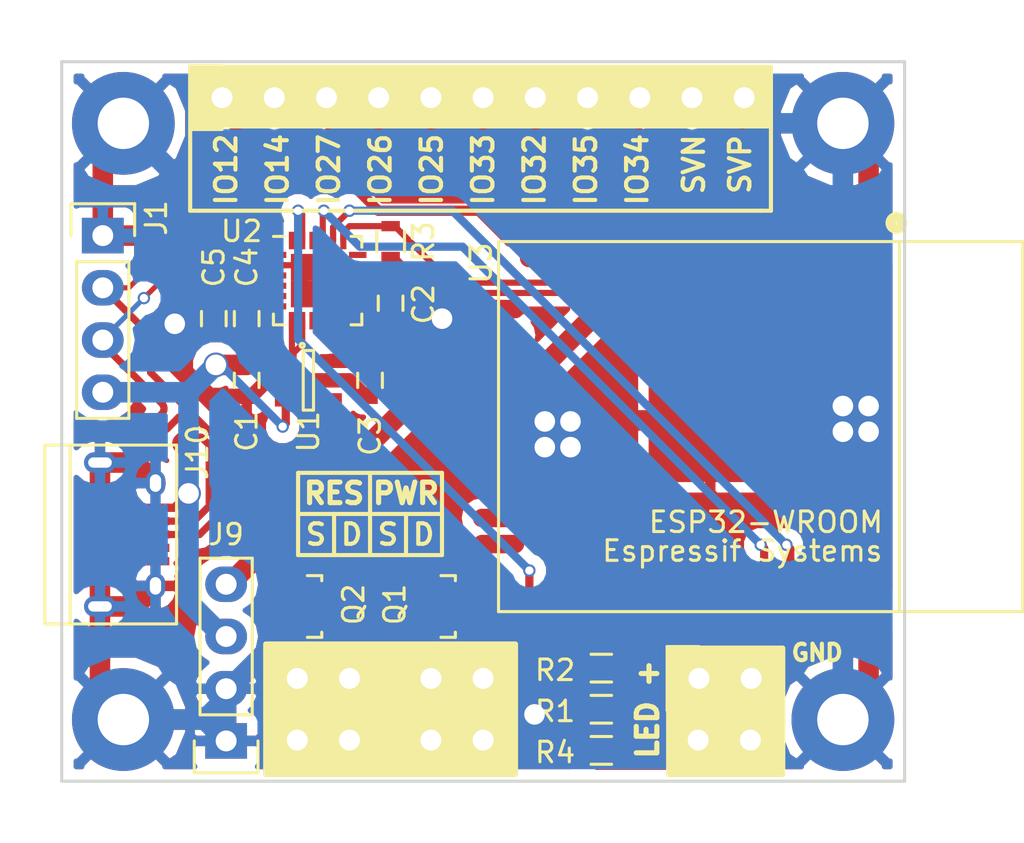
<source format=kicad_pcb>
(kicad_pcb (version 4) (host pcbnew 4.0.7)

  (general
    (links 77)
    (no_connects 0)
    (area 64.924999 84.924999 106.075001 120.075001)
    (thickness 1.6)
    (drawings 37)
    (tracks 428)
    (zones 0)
    (modules 28)
    (nets 34)
  )

  (page A4)
  (layers
    (0 F.Cu signal)
    (31 B.Cu signal)
    (32 B.Adhes user)
    (33 F.Adhes user)
    (34 B.Paste user)
    (35 F.Paste user)
    (36 B.SilkS user)
    (37 F.SilkS user)
    (38 B.Mask user)
    (39 F.Mask user)
    (40 Dwgs.User user)
    (41 Cmts.User user)
    (42 Eco1.User user)
    (43 Eco2.User user)
    (44 Edge.Cuts user)
    (45 Margin user)
    (46 B.CrtYd user)
    (47 F.CrtYd user)
    (48 B.Fab user hide)
    (49 F.Fab user hide)
  )

  (setup
    (last_trace_width 1)
    (user_trace_width 0.2)
    (user_trace_width 0.25)
    (user_trace_width 0.3)
    (user_trace_width 0.4)
    (user_trace_width 0.5)
    (user_trace_width 0.6)
    (user_trace_width 0.7)
    (user_trace_width 1)
    (trace_clearance 0.1)
    (zone_clearance 0.508)
    (zone_45_only no)
    (trace_min 0.1)
    (segment_width 0.2)
    (edge_width 0.15)
    (via_size 0.6)
    (via_drill 0.4)
    (via_min_size 0.4)
    (via_min_drill 0.3)
    (user_via 1 0.8)
    (user_via 1.2 1)
    (uvia_size 0.3)
    (uvia_drill 0.1)
    (uvias_allowed no)
    (uvia_min_size 0.2)
    (uvia_min_drill 0.1)
    (pcb_text_width 0.3)
    (pcb_text_size 1.5 1.5)
    (mod_edge_width 0.15)
    (mod_text_size 1 1)
    (mod_text_width 0.15)
    (pad_size 5 5)
    (pad_drill 2.5)
    (pad_to_mask_clearance 0.1)
    (aux_axis_origin 0 0)
    (visible_elements FFFFFF7F)
    (pcbplotparams
      (layerselection 0x00030_80000001)
      (usegerberextensions false)
      (excludeedgelayer true)
      (linewidth 0.100000)
      (plotframeref false)
      (viasonmask false)
      (mode 1)
      (useauxorigin false)
      (hpglpennumber 1)
      (hpglpenspeed 20)
      (hpglpendiameter 15)
      (hpglpenoverlay 2)
      (psnegative false)
      (psa4output false)
      (plotreference true)
      (plotvalue true)
      (plotinvisibletext false)
      (padsonsilk false)
      (subtractmaskfromsilk false)
      (outputformat 1)
      (mirror false)
      (drillshape 1)
      (scaleselection 1)
      (outputdirectory ""))
  )

  (net 0 "")
  (net 1 +5V)
  (net 2 GND)
  (net 3 "Net-(C2-Pad1)")
  (net 4 +3V3)
  (net 5 "Net-(C4-Pad1)")
  (net 6 "Net-(J2-Pad1)")
  (net 7 "Net-(J2-Pad2)")
  (net 8 "Net-(J3-Pad1)")
  (net 9 "Net-(J3-Pad2)")
  (net 10 "Net-(J3-Pad3)")
  (net 11 "Net-(J3-Pad4)")
  (net 12 "Net-(J3-Pad5)")
  (net 13 "Net-(J3-Pad6)")
  (net 14 "Net-(J3-Pad7)")
  (net 15 "Net-(J3-Pad8)")
  (net 16 "Net-(J3-Pad9)")
  (net 17 "Net-(J3-Pad10)")
  (net 18 "Net-(J3-Pad11)")
  (net 19 "Net-(J4-Pad1)")
  (net 20 "Net-(J4-Pad2)")
  (net 21 "Net-(J5-Pad1)")
  (net 22 "Net-(J5-Pad2)")
  (net 23 "Net-(Q1-Pad1)")
  (net 24 "Net-(Q2-Pad1)")
  (net 25 /PWRSW)
  (net 26 /RSTSW)
  (net 27 /ESP_EN)
  (net 28 /PWRLED)
  (net 29 /ESP_TXD)
  (net 30 /ESP_RXD)
  (net 31 /~ESP_FLASH)
  (net 32 /USB_D+)
  (net 33 /USB_D-)

  (net_class Default "This is the default net class."
    (clearance 0.1)
    (trace_width 0.25)
    (via_dia 0.6)
    (via_drill 0.4)
    (uvia_dia 0.3)
    (uvia_drill 0.1)
    (add_net +3V3)
    (add_net +5V)
    (add_net /ESP_EN)
    (add_net /ESP_RXD)
    (add_net /ESP_TXD)
    (add_net /PWRLED)
    (add_net /PWRSW)
    (add_net /RSTSW)
    (add_net /~ESP_FLASH)
    (add_net GND)
    (add_net "Net-(C2-Pad1)")
    (add_net "Net-(C4-Pad1)")
    (add_net "Net-(J2-Pad1)")
    (add_net "Net-(J2-Pad2)")
    (add_net "Net-(J3-Pad1)")
    (add_net "Net-(J3-Pad10)")
    (add_net "Net-(J3-Pad11)")
    (add_net "Net-(J3-Pad2)")
    (add_net "Net-(J3-Pad3)")
    (add_net "Net-(J3-Pad4)")
    (add_net "Net-(J3-Pad5)")
    (add_net "Net-(J3-Pad6)")
    (add_net "Net-(J3-Pad7)")
    (add_net "Net-(J3-Pad8)")
    (add_net "Net-(J3-Pad9)")
    (add_net "Net-(J4-Pad1)")
    (add_net "Net-(J4-Pad2)")
    (add_net "Net-(J5-Pad1)")
    (add_net "Net-(J5-Pad2)")
    (add_net "Net-(Q1-Pad1)")
    (add_net "Net-(Q2-Pad1)")
  )

  (net_class "USB DP" ""
    (clearance 0.1)
    (trace_width 0.5)
    (via_dia 0.6)
    (via_drill 0.4)
    (uvia_dia 0.3)
    (uvia_drill 0.1)
    (add_net /USB_D+)
    (add_net /USB_D-)
  )

  (module Resistors_SMD:R_0603 placed (layer F.Cu) (tedit 58307A47) (tstamp 59C63D05)
    (at 81 93.75 90)
    (descr "Resistor SMD 0603, reflow soldering, Vishay (see dcrcw.pdf)")
    (tags "resistor 0603")
    (path /59C64035)
    (attr smd)
    (fp_text reference R3 (at 0 1.6 90) (layer F.SilkS)
      (effects (font (size 1 1) (thickness 0.15)))
    )
    (fp_text value 12K (at 0 1.9 90) (layer F.Fab)
      (effects (font (size 1 1) (thickness 0.15)))
    )
    (fp_line (start -0.8 0.4) (end -0.8 -0.4) (layer F.Fab) (width 0.1))
    (fp_line (start 0.8 0.4) (end -0.8 0.4) (layer F.Fab) (width 0.1))
    (fp_line (start 0.8 -0.4) (end 0.8 0.4) (layer F.Fab) (width 0.1))
    (fp_line (start -0.8 -0.4) (end 0.8 -0.4) (layer F.Fab) (width 0.1))
    (fp_line (start -1.3 -0.8) (end 1.3 -0.8) (layer F.CrtYd) (width 0.05))
    (fp_line (start -1.3 0.8) (end 1.3 0.8) (layer F.CrtYd) (width 0.05))
    (fp_line (start -1.3 -0.8) (end -1.3 0.8) (layer F.CrtYd) (width 0.05))
    (fp_line (start 1.3 -0.8) (end 1.3 0.8) (layer F.CrtYd) (width 0.05))
    (fp_line (start 0.5 0.675) (end -0.5 0.675) (layer F.SilkS) (width 0.15))
    (fp_line (start -0.5 -0.675) (end 0.5 -0.675) (layer F.SilkS) (width 0.15))
    (pad 1 smd rect (at -0.75 0 90) (size 0.5 0.9) (layers F.Cu F.Paste F.Mask)
      (net 4 +3V3))
    (pad 2 smd rect (at 0.75 0 90) (size 0.5 0.9) (layers F.Cu F.Paste F.Mask)
      (net 27 /ESP_EN))
    (model Resistors_SMD.3dshapes/R_0603.wrl
      (at (xyz 0 0 0))
      (scale (xyz 1 1 1))
      (rotate (xyz 0 0 0))
    )
  )

  (module Project:ESP32-WROOM placed (layer F.Cu) (tedit 59C7662A) (tstamp 59C63D5F)
    (at 99 102.75 90)
    (path /59C63F21)
    (fp_text reference U3 (at 7.95 -13.6 90) (layer F.SilkS)
      (effects (font (size 1 1) (thickness 0.15)))
    )
    (fp_text value ESP32-WROOM (at 5.715 14.224 90) (layer F.Fab)
      (effects (font (size 1 1) (thickness 0.15)))
    )
    (fp_text user "Espressif Systems" (at -6.05 -0.889 180) (layer F.SilkS)
      (effects (font (size 1 1) (thickness 0.15)))
    )
    (fp_circle (center 9.906 6.604) (end 10.033 6.858) (layer F.SilkS) (width 0.5))
    (fp_text user ESP32-WROOM (at -4.65 0.254 180) (layer F.SilkS)
      (effects (font (size 1 1) (thickness 0.15)))
    )
    (fp_line (start -9 6.75) (end 9 6.75) (layer F.SilkS) (width 0.15))
    (fp_line (start 9 12.75) (end 9 -12.75) (layer F.SilkS) (width 0.15))
    (fp_line (start -9 12.75) (end -9 -12.75) (layer F.SilkS) (width 0.15))
    (fp_line (start -9 -12.75) (end 9 -12.75) (layer F.SilkS) (width 0.15))
    (fp_line (start -9 12.75) (end 9 12.75) (layer F.SilkS) (width 0.15))
    (pad 38 smd oval (at -9 5.25 90) (size 2.5 0.9) (layers F.Cu F.Paste F.Mask)
      (net 2 GND))
    (pad 37 smd oval (at -9 3.98 90) (size 2.5 0.9) (layers F.Cu F.Paste F.Mask))
    (pad 36 smd oval (at -9 2.71 90) (size 2.5 0.9) (layers F.Cu F.Paste F.Mask))
    (pad 35 smd oval (at -9 1.44 90) (size 2.5 0.9) (layers F.Cu F.Paste F.Mask)
      (net 29 /ESP_TXD))
    (pad 34 smd oval (at -9 0.17 90) (size 2.5 0.9) (layers F.Cu F.Paste F.Mask)
      (net 30 /ESP_RXD))
    (pad 33 smd oval (at -9 -1.1 90) (size 2.5 0.9) (layers F.Cu F.Paste F.Mask))
    (pad 32 smd oval (at -9 -2.37 90) (size 2.5 0.9) (layers F.Cu F.Paste F.Mask))
    (pad 31 smd oval (at -9 -3.64 90) (size 2.5 0.9) (layers F.Cu F.Paste F.Mask)
      (net 28 /PWRLED))
    (pad 30 smd oval (at -9 -4.91 90) (size 2.5 0.9) (layers F.Cu F.Paste F.Mask)
      (net 25 /PWRSW))
    (pad 29 smd oval (at -9 -6.18 90) (size 2.5 0.9) (layers F.Cu F.Paste F.Mask)
      (net 26 /RSTSW))
    (pad 28 smd oval (at -9 -7.45 90) (size 2.5 0.9) (layers F.Cu F.Paste F.Mask))
    (pad 27 smd oval (at -9 -8.72 90) (size 2.5 0.9) (layers F.Cu F.Paste F.Mask))
    (pad 26 smd oval (at -9 -9.99 90) (size 2.5 0.9) (layers F.Cu F.Paste F.Mask))
    (pad 25 smd oval (at -9 -11.26 90) (size 2.5 0.9) (layers F.Cu F.Paste F.Mask)
      (net 31 /~ESP_FLASH))
    (pad 24 smd oval (at -5.715 -12.75 90) (size 0.9 2.5) (layers F.Cu F.Paste F.Mask))
    (pad 23 smd oval (at -4.445 -12.75 90) (size 0.9 2.5) (layers F.Cu F.Paste F.Mask))
    (pad 16 smd oval (at 4.445 -12.75 90) (size 0.9 2.5) (layers F.Cu F.Paste F.Mask))
    (pad 15 smd oval (at 5.715 -12.75 90) (size 0.9 2.5) (layers F.Cu F.Paste F.Mask)
      (net 2 GND))
    (pad 14 smd oval (at 9 -11.26 90) (size 2.5 0.9) (layers F.Cu F.Paste F.Mask)
      (net 8 "Net-(J3-Pad1)"))
    (pad 13 smd oval (at 9 -9.99 90) (size 2.5 0.9) (layers F.Cu F.Paste F.Mask)
      (net 9 "Net-(J3-Pad2)"))
    (pad 12 smd oval (at 9 -8.72 90) (size 2.5 0.9) (layers F.Cu F.Paste F.Mask)
      (net 10 "Net-(J3-Pad3)"))
    (pad 11 smd oval (at 9 -7.45 90) (size 2.5 0.9) (layers F.Cu F.Paste F.Mask)
      (net 11 "Net-(J3-Pad4)"))
    (pad 10 smd oval (at 9 -6.18 90) (size 2.5 0.9) (layers F.Cu F.Paste F.Mask)
      (net 12 "Net-(J3-Pad5)"))
    (pad 9 smd oval (at 9 -4.91 90) (size 2.5 0.9) (layers F.Cu F.Paste F.Mask)
      (net 13 "Net-(J3-Pad6)"))
    (pad 8 smd oval (at 9 -3.64 90) (size 2.5 0.9) (layers F.Cu F.Paste F.Mask)
      (net 14 "Net-(J3-Pad7)"))
    (pad 7 smd oval (at 9 -2.37 90) (size 2.5 0.9) (layers F.Cu F.Paste F.Mask)
      (net 15 "Net-(J3-Pad8)"))
    (pad 6 smd oval (at 9 -1.1 90) (size 2.5 0.9) (layers F.Cu F.Paste F.Mask)
      (net 16 "Net-(J3-Pad9)"))
    (pad 5 smd oval (at 9 0.17 90) (size 2.5 0.9) (layers F.Cu F.Paste F.Mask)
      (net 17 "Net-(J3-Pad10)"))
    (pad 4 smd oval (at 9 1.44 90) (size 2.5 0.9) (layers F.Cu F.Paste F.Mask)
      (net 18 "Net-(J3-Pad11)"))
    (pad 3 smd oval (at 9 2.71 90) (size 2.5 0.9) (layers F.Cu F.Paste F.Mask)
      (net 27 /ESP_EN))
    (pad 2 smd oval (at 9 3.98 90) (size 2.5 0.9) (layers F.Cu F.Paste F.Mask)
      (net 4 +3V3))
    (pad 1 smd oval (at 9 5.25 90) (size 2.5 0.9) (layers F.Cu F.Paste F.Mask)
      (net 2 GND))
    (pad 39 smd rect (at 0.3 -2.45 90) (size 6 6) (layers F.Cu F.Paste F.Mask)
      (net 2 GND))
  )

  (module Mounting_Holes:MountingHole_2.5mm_Pad (layer F.Cu) (tedit 59C930C4) (tstamp 59C765E5)
    (at 68 117)
    (descr "Mounting Hole 2.5mm")
    (tags "mounting hole 2.5mm")
    (fp_text reference REF** (at 0 -3.5) (layer F.SilkS) hide
      (effects (font (size 1 1) (thickness 0.15)))
    )
    (fp_text value MountingHole_2.5mm_Pad (at 0 3.5) (layer F.Fab)
      (effects (font (size 1 1) (thickness 0.15)))
    )
    (fp_circle (center 0 0) (end 2.5 0) (layer Cmts.User) (width 0.15))
    (fp_circle (center 0 0) (end 2.75 0) (layer F.CrtYd) (width 0.05))
    (pad 1 thru_hole circle (at 0 0) (size 5 5) (drill 2.5) (layers *.Cu *.Mask)
      (net 2 GND))
  )

  (module Mounting_Holes:MountingHole_2.5mm_Pad (layer F.Cu) (tedit 59C930C9) (tstamp 59C765DF)
    (at 103 117)
    (descr "Mounting Hole 2.5mm")
    (tags "mounting hole 2.5mm")
    (fp_text reference REF** (at 0 -3.5) (layer F.SilkS) hide
      (effects (font (size 1 1) (thickness 0.15)))
    )
    (fp_text value MountingHole_2.5mm_Pad (at 0 3.5) (layer F.Fab)
      (effects (font (size 1 1) (thickness 0.15)))
    )
    (fp_circle (center 0 0) (end 2.5 0) (layer Cmts.User) (width 0.15))
    (fp_circle (center 0 0) (end 2.75 0) (layer F.CrtYd) (width 0.05))
    (pad 1 thru_hole circle (at 0 0) (size 5 5) (drill 2.5) (layers *.Cu *.Mask)
      (net 2 GND))
  )

  (module Mounting_Holes:MountingHole_2.5mm_Pad (layer F.Cu) (tedit 59C930B9) (tstamp 59C765D9)
    (at 103 88)
    (descr "Mounting Hole 2.5mm")
    (tags "mounting hole 2.5mm")
    (fp_text reference REF** (at 0 -3.5) (layer F.SilkS) hide
      (effects (font (size 1 1) (thickness 0.15)))
    )
    (fp_text value MountingHole_2.5mm_Pad (at 0 3.5) (layer F.Fab)
      (effects (font (size 1 1) (thickness 0.15)))
    )
    (fp_circle (center 0 0) (end 2.5 0) (layer Cmts.User) (width 0.15))
    (fp_circle (center 0 0) (end 2.75 0) (layer F.CrtYd) (width 0.05))
    (pad 1 thru_hole circle (at 0 0) (size 5 5) (drill 2.5) (layers *.Cu *.Mask)
      (net 2 GND))
  )

  (module Capacitors_SMD:C_0603 placed (layer F.Cu) (tedit 5415D631) (tstamp 59C63C92)
    (at 74 100.5 270)
    (descr "Capacitor SMD 0603, reflow soldering, AVX (see smccp.pdf)")
    (tags "capacitor 0603")
    (path /59C61FDD)
    (attr smd)
    (fp_text reference C1 (at 2.5 0 270) (layer F.SilkS)
      (effects (font (size 1 1) (thickness 0.15)))
    )
    (fp_text value 1u (at 0 1.9 270) (layer F.Fab)
      (effects (font (size 1 1) (thickness 0.15)))
    )
    (fp_line (start -0.8 0.4) (end -0.8 -0.4) (layer F.Fab) (width 0.15))
    (fp_line (start 0.8 0.4) (end -0.8 0.4) (layer F.Fab) (width 0.15))
    (fp_line (start 0.8 -0.4) (end 0.8 0.4) (layer F.Fab) (width 0.15))
    (fp_line (start -0.8 -0.4) (end 0.8 -0.4) (layer F.Fab) (width 0.15))
    (fp_line (start -1.45 -0.75) (end 1.45 -0.75) (layer F.CrtYd) (width 0.05))
    (fp_line (start -1.45 0.75) (end 1.45 0.75) (layer F.CrtYd) (width 0.05))
    (fp_line (start -1.45 -0.75) (end -1.45 0.75) (layer F.CrtYd) (width 0.05))
    (fp_line (start 1.45 -0.75) (end 1.45 0.75) (layer F.CrtYd) (width 0.05))
    (fp_line (start -0.35 -0.6) (end 0.35 -0.6) (layer F.SilkS) (width 0.15))
    (fp_line (start 0.35 0.6) (end -0.35 0.6) (layer F.SilkS) (width 0.15))
    (pad 1 smd rect (at -0.75 0 270) (size 0.8 0.75) (layers F.Cu F.Paste F.Mask)
      (net 1 +5V))
    (pad 2 smd rect (at 0.75 0 270) (size 0.8 0.75) (layers F.Cu F.Paste F.Mask)
      (net 2 GND))
    (model Capacitors_SMD.3dshapes/C_0603.wrl
      (at (xyz 0 0 0))
      (scale (xyz 1 1 1))
      (rotate (xyz 0 0 0))
    )
  )

  (module Capacitors_SMD:C_0603 placed (layer F.Cu) (tedit 5415D631) (tstamp 59C63C98)
    (at 81 96.75 270)
    (descr "Capacitor SMD 0603, reflow soldering, AVX (see smccp.pdf)")
    (tags "capacitor 0603")
    (path /59C620C7)
    (attr smd)
    (fp_text reference C2 (at 0.05 -1.6 270) (layer F.SilkS)
      (effects (font (size 1 1) (thickness 0.15)))
    )
    (fp_text value 4.7u (at 0 1.9 270) (layer F.Fab)
      (effects (font (size 1 1) (thickness 0.15)))
    )
    (fp_line (start -0.8 0.4) (end -0.8 -0.4) (layer F.Fab) (width 0.15))
    (fp_line (start 0.8 0.4) (end -0.8 0.4) (layer F.Fab) (width 0.15))
    (fp_line (start 0.8 -0.4) (end 0.8 0.4) (layer F.Fab) (width 0.15))
    (fp_line (start -0.8 -0.4) (end 0.8 -0.4) (layer F.Fab) (width 0.15))
    (fp_line (start -1.45 -0.75) (end 1.45 -0.75) (layer F.CrtYd) (width 0.05))
    (fp_line (start -1.45 0.75) (end 1.45 0.75) (layer F.CrtYd) (width 0.05))
    (fp_line (start -1.45 -0.75) (end -1.45 0.75) (layer F.CrtYd) (width 0.05))
    (fp_line (start 1.45 -0.75) (end 1.45 0.75) (layer F.CrtYd) (width 0.05))
    (fp_line (start -0.35 -0.6) (end 0.35 -0.6) (layer F.SilkS) (width 0.15))
    (fp_line (start 0.35 0.6) (end -0.35 0.6) (layer F.SilkS) (width 0.15))
    (pad 1 smd rect (at -0.75 0 270) (size 0.8 0.75) (layers F.Cu F.Paste F.Mask)
      (net 3 "Net-(C2-Pad1)"))
    (pad 2 smd rect (at 0.75 0 270) (size 0.8 0.75) (layers F.Cu F.Paste F.Mask)
      (net 2 GND))
    (model Capacitors_SMD.3dshapes/C_0603.wrl
      (at (xyz 0 0 0))
      (scale (xyz 1 1 1))
      (rotate (xyz 0 0 0))
    )
  )

  (module Capacitors_SMD:C_0603 placed (layer F.Cu) (tedit 5415D631) (tstamp 59C63C9E)
    (at 80 100.5 270)
    (descr "Capacitor SMD 0603, reflow soldering, AVX (see smccp.pdf)")
    (tags "capacitor 0603")
    (path /59C634E8)
    (attr smd)
    (fp_text reference C3 (at 2.7 0 270) (layer F.SilkS)
      (effects (font (size 1 1) (thickness 0.15)))
    )
    (fp_text value 1u (at 0 1.9 270) (layer F.Fab)
      (effects (font (size 1 1) (thickness 0.15)))
    )
    (fp_line (start -0.8 0.4) (end -0.8 -0.4) (layer F.Fab) (width 0.15))
    (fp_line (start 0.8 0.4) (end -0.8 0.4) (layer F.Fab) (width 0.15))
    (fp_line (start 0.8 -0.4) (end 0.8 0.4) (layer F.Fab) (width 0.15))
    (fp_line (start -0.8 -0.4) (end 0.8 -0.4) (layer F.Fab) (width 0.15))
    (fp_line (start -1.45 -0.75) (end 1.45 -0.75) (layer F.CrtYd) (width 0.05))
    (fp_line (start -1.45 0.75) (end 1.45 0.75) (layer F.CrtYd) (width 0.05))
    (fp_line (start -1.45 -0.75) (end -1.45 0.75) (layer F.CrtYd) (width 0.05))
    (fp_line (start 1.45 -0.75) (end 1.45 0.75) (layer F.CrtYd) (width 0.05))
    (fp_line (start -0.35 -0.6) (end 0.35 -0.6) (layer F.SilkS) (width 0.15))
    (fp_line (start 0.35 0.6) (end -0.35 0.6) (layer F.SilkS) (width 0.15))
    (pad 1 smd rect (at -0.75 0 270) (size 0.8 0.75) (layers F.Cu F.Paste F.Mask)
      (net 4 +3V3))
    (pad 2 smd rect (at 0.75 0 270) (size 0.8 0.75) (layers F.Cu F.Paste F.Mask)
      (net 2 GND))
    (model Capacitors_SMD.3dshapes/C_0603.wrl
      (at (xyz 0 0 0))
      (scale (xyz 1 1 1))
      (rotate (xyz 0 0 0))
    )
  )

  (module Capacitors_SMD:C_0603 placed (layer F.Cu) (tedit 5415D631) (tstamp 59C63CA4)
    (at 74 97.5 270)
    (descr "Capacitor SMD 0603, reflow soldering, AVX (see smccp.pdf)")
    (tags "capacitor 0603")
    (path /59C62756)
    (attr smd)
    (fp_text reference C4 (at -2.5 0 270) (layer F.SilkS)
      (effects (font (size 1 1) (thickness 0.15)))
    )
    (fp_text value 4.7u (at 0 1.9 270) (layer F.Fab)
      (effects (font (size 1 1) (thickness 0.15)))
    )
    (fp_line (start -0.8 0.4) (end -0.8 -0.4) (layer F.Fab) (width 0.15))
    (fp_line (start 0.8 0.4) (end -0.8 0.4) (layer F.Fab) (width 0.15))
    (fp_line (start 0.8 -0.4) (end 0.8 0.4) (layer F.Fab) (width 0.15))
    (fp_line (start -0.8 -0.4) (end 0.8 -0.4) (layer F.Fab) (width 0.15))
    (fp_line (start -1.45 -0.75) (end 1.45 -0.75) (layer F.CrtYd) (width 0.05))
    (fp_line (start -1.45 0.75) (end 1.45 0.75) (layer F.CrtYd) (width 0.05))
    (fp_line (start -1.45 -0.75) (end -1.45 0.75) (layer F.CrtYd) (width 0.05))
    (fp_line (start 1.45 -0.75) (end 1.45 0.75) (layer F.CrtYd) (width 0.05))
    (fp_line (start -0.35 -0.6) (end 0.35 -0.6) (layer F.SilkS) (width 0.15))
    (fp_line (start 0.35 0.6) (end -0.35 0.6) (layer F.SilkS) (width 0.15))
    (pad 1 smd rect (at -0.75 0 270) (size 0.8 0.75) (layers F.Cu F.Paste F.Mask)
      (net 5 "Net-(C4-Pad1)"))
    (pad 2 smd rect (at 0.75 0 270) (size 0.8 0.75) (layers F.Cu F.Paste F.Mask)
      (net 2 GND))
    (model Capacitors_SMD.3dshapes/C_0603.wrl
      (at (xyz 0 0 0))
      (scale (xyz 1 1 1))
      (rotate (xyz 0 0 0))
    )
  )

  (module Capacitors_SMD:C_0603 placed (layer F.Cu) (tedit 5415D631) (tstamp 59C63CAA)
    (at 72.4 97.5 270)
    (descr "Capacitor SMD 0603, reflow soldering, AVX (see smccp.pdf)")
    (tags "capacitor 0603")
    (path /59C627F2)
    (attr smd)
    (fp_text reference C5 (at -2.5 0 270) (layer F.SilkS)
      (effects (font (size 1 1) (thickness 0.15)))
    )
    (fp_text value 100n (at 0 1.9 270) (layer F.Fab)
      (effects (font (size 1 1) (thickness 0.15)))
    )
    (fp_line (start -0.8 0.4) (end -0.8 -0.4) (layer F.Fab) (width 0.15))
    (fp_line (start 0.8 0.4) (end -0.8 0.4) (layer F.Fab) (width 0.15))
    (fp_line (start 0.8 -0.4) (end 0.8 0.4) (layer F.Fab) (width 0.15))
    (fp_line (start -0.8 -0.4) (end 0.8 -0.4) (layer F.Fab) (width 0.15))
    (fp_line (start -1.45 -0.75) (end 1.45 -0.75) (layer F.CrtYd) (width 0.05))
    (fp_line (start -1.45 0.75) (end 1.45 0.75) (layer F.CrtYd) (width 0.05))
    (fp_line (start -1.45 -0.75) (end -1.45 0.75) (layer F.CrtYd) (width 0.05))
    (fp_line (start 1.45 -0.75) (end 1.45 0.75) (layer F.CrtYd) (width 0.05))
    (fp_line (start -0.35 -0.6) (end 0.35 -0.6) (layer F.SilkS) (width 0.15))
    (fp_line (start 0.35 0.6) (end -0.35 0.6) (layer F.SilkS) (width 0.15))
    (pad 1 smd rect (at -0.75 0 270) (size 0.8 0.75) (layers F.Cu F.Paste F.Mask)
      (net 5 "Net-(C4-Pad1)"))
    (pad 2 smd rect (at 0.75 0 270) (size 0.8 0.75) (layers F.Cu F.Paste F.Mask)
      (net 2 GND))
    (model Capacitors_SMD.3dshapes/C_0603.wrl
      (at (xyz 0 0 0))
      (scale (xyz 1 1 1))
      (rotate (xyz 0 0 0))
    )
  )

  (module Pin_Headers:Pin_Header_Straight_1x04 placed (layer F.Cu) (tedit 0) (tstamp 59C63CB2)
    (at 67 93.46)
    (descr "Through hole pin header")
    (tags "pin header")
    (path /59BAB19E)
    (fp_text reference J1 (at 2.6 -0.86 90) (layer F.SilkS)
      (effects (font (size 1 1) (thickness 0.15)))
    )
    (fp_text value USB (at 0 -3.1) (layer F.Fab)
      (effects (font (size 1 1) (thickness 0.15)))
    )
    (fp_line (start -1.75 -1.75) (end -1.75 9.4) (layer F.CrtYd) (width 0.05))
    (fp_line (start 1.75 -1.75) (end 1.75 9.4) (layer F.CrtYd) (width 0.05))
    (fp_line (start -1.75 -1.75) (end 1.75 -1.75) (layer F.CrtYd) (width 0.05))
    (fp_line (start -1.75 9.4) (end 1.75 9.4) (layer F.CrtYd) (width 0.05))
    (fp_line (start -1.27 1.27) (end -1.27 8.89) (layer F.SilkS) (width 0.15))
    (fp_line (start 1.27 1.27) (end 1.27 8.89) (layer F.SilkS) (width 0.15))
    (fp_line (start 1.55 -1.55) (end 1.55 0) (layer F.SilkS) (width 0.15))
    (fp_line (start -1.27 8.89) (end 1.27 8.89) (layer F.SilkS) (width 0.15))
    (fp_line (start 1.27 1.27) (end -1.27 1.27) (layer F.SilkS) (width 0.15))
    (fp_line (start -1.55 0) (end -1.55 -1.55) (layer F.SilkS) (width 0.15))
    (fp_line (start -1.55 -1.55) (end 1.55 -1.55) (layer F.SilkS) (width 0.15))
    (pad 1 thru_hole rect (at 0 0) (size 2.032 1.7272) (drill 1.016) (layers *.Cu *.Mask)
      (net 2 GND))
    (pad 2 thru_hole oval (at 0 2.54) (size 2.032 1.7272) (drill 1.016) (layers *.Cu *.Mask)
      (net 32 /USB_D+))
    (pad 3 thru_hole oval (at 0 5.08) (size 2.032 1.7272) (drill 1.016) (layers *.Cu *.Mask)
      (net 33 /USB_D-))
    (pad 4 thru_hole oval (at 0 7.62) (size 2.032 1.7272) (drill 1.016) (layers *.Cu *.Mask)
      (net 1 +5V))
    (model Pin_Headers.3dshapes/Pin_Header_Straight_1x04.wrl
      (at (xyz 0 -0.15 0))
      (scale (xyz 1 1 1))
      (rotate (xyz 0 0 90))
    )
  )

  (module Pin_Headers:Pin_Header_Straight_1x02 placed (layer F.Cu) (tedit 54EA090C) (tstamp 59C63CB8)
    (at 96 115 90)
    (descr "Through hole pin header")
    (tags "pin header")
    (path /59C684A1)
    (fp_text reference J2 (at -1.6 1.2 180) (layer F.SilkS)
      (effects (font (size 1 1) (thickness 0.15)))
    )
    (fp_text value PWRLED (at 0 -3.1 90) (layer F.Fab)
      (effects (font (size 1 1) (thickness 0.15)))
    )
    (fp_line (start 1.27 1.27) (end 1.27 3.81) (layer F.SilkS) (width 0.15))
    (fp_line (start 1.55 -1.55) (end 1.55 0) (layer F.SilkS) (width 0.15))
    (fp_line (start -1.75 -1.75) (end -1.75 4.3) (layer F.CrtYd) (width 0.05))
    (fp_line (start 1.75 -1.75) (end 1.75 4.3) (layer F.CrtYd) (width 0.05))
    (fp_line (start -1.75 -1.75) (end 1.75 -1.75) (layer F.CrtYd) (width 0.05))
    (fp_line (start -1.75 4.3) (end 1.75 4.3) (layer F.CrtYd) (width 0.05))
    (fp_line (start 1.27 1.27) (end -1.27 1.27) (layer F.SilkS) (width 0.15))
    (fp_line (start -1.55 0) (end -1.55 -1.55) (layer F.SilkS) (width 0.15))
    (fp_line (start -1.55 -1.55) (end 1.55 -1.55) (layer F.SilkS) (width 0.15))
    (fp_line (start -1.27 1.27) (end -1.27 3.81) (layer F.SilkS) (width 0.15))
    (fp_line (start -1.27 3.81) (end 1.27 3.81) (layer F.SilkS) (width 0.15))
    (pad 1 thru_hole rect (at 0 0 90) (size 2.032 2.032) (drill 1.016) (layers *.Cu *.Mask)
      (net 6 "Net-(J2-Pad1)"))
    (pad 2 thru_hole oval (at 0 2.54 90) (size 2.032 2.032) (drill 1.016) (layers *.Cu *.Mask)
      (net 7 "Net-(J2-Pad2)"))
    (model Pin_Headers.3dshapes/Pin_Header_Straight_1x02.wrl
      (at (xyz 0 -0.05 0))
      (scale (xyz 1 1 1))
      (rotate (xyz 0 0 90))
    )
  )

  (module Pin_Headers:Pin_Header_Straight_1x11 placed (layer F.Cu) (tedit 59CA5C36) (tstamp 59C63CC7)
    (at 72.8 86.75 90)
    (descr "Through hole pin header")
    (tags "pin header")
    (path /59C65336)
    (fp_text reference J3 (at -3.75 -2.05 180) (layer F.SilkS) hide
      (effects (font (size 1 1) (thickness 0.15)))
    )
    (fp_text value GPIO (at 0 -3.1 90) (layer F.Fab)
      (effects (font (size 1 1) (thickness 0.15)))
    )
    (fp_line (start -1.75 -1.75) (end -1.75 27.15) (layer F.CrtYd) (width 0.05))
    (fp_line (start 1.75 -1.75) (end 1.75 27.15) (layer F.CrtYd) (width 0.05))
    (fp_line (start -1.75 -1.75) (end 1.75 -1.75) (layer F.CrtYd) (width 0.05))
    (fp_line (start -1.75 27.15) (end 1.75 27.15) (layer F.CrtYd) (width 0.05))
    (fp_line (start 1.27 1.27) (end 1.27 26.67) (layer F.SilkS) (width 0.15))
    (fp_line (start 1.27 26.67) (end -1.27 26.67) (layer F.SilkS) (width 0.15))
    (fp_line (start -1.27 26.67) (end -1.27 1.27) (layer F.SilkS) (width 0.15))
    (fp_line (start 1.55 -1.55) (end 1.55 0) (layer F.SilkS) (width 0.15))
    (fp_line (start 1.27 1.27) (end -1.27 1.27) (layer F.SilkS) (width 0.15))
    (fp_line (start -1.55 0) (end -1.55 -1.55) (layer F.SilkS) (width 0.15))
    (fp_line (start -1.55 -1.55) (end 1.55 -1.55) (layer F.SilkS) (width 0.15))
    (pad 1 thru_hole rect (at 0 0 90) (size 2.032 1.7272) (drill 1.016) (layers *.Cu *.Mask)
      (net 8 "Net-(J3-Pad1)"))
    (pad 2 thru_hole oval (at 0 2.54 90) (size 2.032 1.7272) (drill 1.016) (layers *.Cu *.Mask)
      (net 9 "Net-(J3-Pad2)"))
    (pad 3 thru_hole oval (at 0 5.08 90) (size 2.032 1.7272) (drill 1.016) (layers *.Cu *.Mask)
      (net 10 "Net-(J3-Pad3)"))
    (pad 4 thru_hole oval (at 0 7.62 90) (size 2.032 1.7272) (drill 1.016) (layers *.Cu *.Mask)
      (net 11 "Net-(J3-Pad4)"))
    (pad 5 thru_hole oval (at 0 10.16 90) (size 2.032 1.7272) (drill 1.016) (layers *.Cu *.Mask)
      (net 12 "Net-(J3-Pad5)"))
    (pad 6 thru_hole oval (at 0 12.7 90) (size 2.032 1.7272) (drill 1.016) (layers *.Cu *.Mask)
      (net 13 "Net-(J3-Pad6)"))
    (pad 7 thru_hole oval (at 0 15.24 90) (size 2.032 1.7272) (drill 1.016) (layers *.Cu *.Mask)
      (net 14 "Net-(J3-Pad7)"))
    (pad 8 thru_hole oval (at 0 17.78 90) (size 2.032 1.7272) (drill 1.016) (layers *.Cu *.Mask)
      (net 15 "Net-(J3-Pad8)"))
    (pad 9 thru_hole oval (at 0 20.32 90) (size 2.032 1.7272) (drill 1.016) (layers *.Cu *.Mask)
      (net 16 "Net-(J3-Pad9)"))
    (pad 10 thru_hole oval (at 0 22.86 90) (size 2.032 1.7272) (drill 1.016) (layers *.Cu *.Mask)
      (net 17 "Net-(J3-Pad10)"))
    (pad 11 thru_hole oval (at 0 25.4 90) (size 2.032 1.7272) (drill 1.016) (layers *.Cu *.Mask)
      (net 18 "Net-(J3-Pad11)"))
    (model Pin_Headers.3dshapes/Pin_Header_Straight_1x11.wrl
      (at (xyz 0 -0.5 0))
      (scale (xyz 1 1 1))
      (rotate (xyz 0 0 90))
    )
  )

  (module Pin_Headers:Pin_Header_Straight_2x01 placed (layer F.Cu) (tedit 0) (tstamp 59C63CCD)
    (at 82.96 115)
    (descr "Through hole pin header")
    (tags "pin header")
    (path /59C675D2)
    (fp_text reference J4 (at 1.24 1.6) (layer F.SilkS)
      (effects (font (size 1 1) (thickness 0.15)))
    )
    (fp_text value PWRSW (at 0 -3.1) (layer F.Fab)
      (effects (font (size 1 1) (thickness 0.15)))
    )
    (fp_line (start -1.75 -1.75) (end -1.75 1.75) (layer F.CrtYd) (width 0.05))
    (fp_line (start 4.3 -1.75) (end 4.3 1.75) (layer F.CrtYd) (width 0.05))
    (fp_line (start -1.75 -1.75) (end 4.3 -1.75) (layer F.CrtYd) (width 0.05))
    (fp_line (start -1.75 1.75) (end 4.3 1.75) (layer F.CrtYd) (width 0.05))
    (fp_line (start -1.55 0) (end -1.55 -1.55) (layer F.SilkS) (width 0.15))
    (fp_line (start 0 -1.55) (end -1.55 -1.55) (layer F.SilkS) (width 0.15))
    (fp_line (start -1.27 1.27) (end 1.27 1.27) (layer F.SilkS) (width 0.15))
    (fp_line (start 3.81 -1.27) (end 1.27 -1.27) (layer F.SilkS) (width 0.15))
    (fp_line (start 1.27 -1.27) (end 1.27 1.27) (layer F.SilkS) (width 0.15))
    (fp_line (start 1.27 1.27) (end 3.81 1.27) (layer F.SilkS) (width 0.15))
    (fp_line (start 3.81 1.27) (end 3.81 -1.27) (layer F.SilkS) (width 0.15))
    (pad 1 thru_hole rect (at 0 0) (size 1.7272 1.7272) (drill 1.016) (layers *.Cu *.Mask)
      (net 19 "Net-(J4-Pad1)"))
    (pad 2 thru_hole oval (at 2.54 0) (size 1.7272 1.7272) (drill 1.016) (layers *.Cu *.Mask)
      (net 20 "Net-(J4-Pad2)"))
    (model Pin_Headers.3dshapes/Pin_Header_Straight_2x01.wrl
      (at (xyz 0.05 0 0))
      (scale (xyz 1 1 1))
      (rotate (xyz 0 0 90))
    )
  )

  (module Pin_Headers:Pin_Header_Straight_2x01 placed (layer F.Cu) (tedit 0) (tstamp 59C63CD3)
    (at 76.46 118)
    (descr "Through hole pin header")
    (tags "pin header")
    (path /59C67E0F)
    (fp_text reference J5 (at 1.14 -1.4) (layer F.SilkS)
      (effects (font (size 1 1) (thickness 0.15)))
    )
    (fp_text value RSTSW (at 0 -3.1) (layer F.Fab)
      (effects (font (size 1 1) (thickness 0.15)))
    )
    (fp_line (start -1.75 -1.75) (end -1.75 1.75) (layer F.CrtYd) (width 0.05))
    (fp_line (start 4.3 -1.75) (end 4.3 1.75) (layer F.CrtYd) (width 0.05))
    (fp_line (start -1.75 -1.75) (end 4.3 -1.75) (layer F.CrtYd) (width 0.05))
    (fp_line (start -1.75 1.75) (end 4.3 1.75) (layer F.CrtYd) (width 0.05))
    (fp_line (start -1.55 0) (end -1.55 -1.55) (layer F.SilkS) (width 0.15))
    (fp_line (start 0 -1.55) (end -1.55 -1.55) (layer F.SilkS) (width 0.15))
    (fp_line (start -1.27 1.27) (end 1.27 1.27) (layer F.SilkS) (width 0.15))
    (fp_line (start 3.81 -1.27) (end 1.27 -1.27) (layer F.SilkS) (width 0.15))
    (fp_line (start 1.27 -1.27) (end 1.27 1.27) (layer F.SilkS) (width 0.15))
    (fp_line (start 1.27 1.27) (end 3.81 1.27) (layer F.SilkS) (width 0.15))
    (fp_line (start 3.81 1.27) (end 3.81 -1.27) (layer F.SilkS) (width 0.15))
    (pad 1 thru_hole rect (at 0 0) (size 1.7272 1.7272) (drill 1.016) (layers *.Cu *.Mask)
      (net 21 "Net-(J5-Pad1)"))
    (pad 2 thru_hole oval (at 2.54 0) (size 1.7272 1.7272) (drill 1.016) (layers *.Cu *.Mask)
      (net 22 "Net-(J5-Pad2)"))
    (model Pin_Headers.3dshapes/Pin_Header_Straight_2x01.wrl
      (at (xyz 0.05 0 0))
      (scale (xyz 1 1 1))
      (rotate (xyz 0 0 90))
    )
  )

  (module Pin_Headers:Pin_Header_Straight_2x01 placed (layer F.Cu) (tedit 0) (tstamp 59C63CD9)
    (at 98.5 118 180)
    (descr "Through hole pin header")
    (tags "pin header")
    (path /59C684A7)
    (fp_text reference J6 (at 1.3 1.4 180) (layer F.SilkS)
      (effects (font (size 1 1) (thickness 0.15)))
    )
    (fp_text value PWRLED (at 0 -3.1 180) (layer F.Fab)
      (effects (font (size 1 1) (thickness 0.15)))
    )
    (fp_line (start -1.75 -1.75) (end -1.75 1.75) (layer F.CrtYd) (width 0.05))
    (fp_line (start 4.3 -1.75) (end 4.3 1.75) (layer F.CrtYd) (width 0.05))
    (fp_line (start -1.75 -1.75) (end 4.3 -1.75) (layer F.CrtYd) (width 0.05))
    (fp_line (start -1.75 1.75) (end 4.3 1.75) (layer F.CrtYd) (width 0.05))
    (fp_line (start -1.55 0) (end -1.55 -1.55) (layer F.SilkS) (width 0.15))
    (fp_line (start 0 -1.55) (end -1.55 -1.55) (layer F.SilkS) (width 0.15))
    (fp_line (start -1.27 1.27) (end 1.27 1.27) (layer F.SilkS) (width 0.15))
    (fp_line (start 3.81 -1.27) (end 1.27 -1.27) (layer F.SilkS) (width 0.15))
    (fp_line (start 1.27 -1.27) (end 1.27 1.27) (layer F.SilkS) (width 0.15))
    (fp_line (start 1.27 1.27) (end 3.81 1.27) (layer F.SilkS) (width 0.15))
    (fp_line (start 3.81 1.27) (end 3.81 -1.27) (layer F.SilkS) (width 0.15))
    (pad 1 thru_hole rect (at 0 0 180) (size 1.7272 1.7272) (drill 1.016) (layers *.Cu *.Mask)
      (net 7 "Net-(J2-Pad2)"))
    (pad 2 thru_hole oval (at 2.54 0 180) (size 1.7272 1.7272) (drill 1.016) (layers *.Cu *.Mask)
      (net 6 "Net-(J2-Pad1)"))
    (model Pin_Headers.3dshapes/Pin_Header_Straight_2x01.wrl
      (at (xyz 0.05 0 0))
      (scale (xyz 1 1 1))
      (rotate (xyz 0 0 90))
    )
  )

  (module Pin_Headers:Pin_Header_Straight_2x01 placed (layer F.Cu) (tedit 0) (tstamp 59C63CDF)
    (at 85.5 118 180)
    (descr "Through hole pin header")
    (tags "pin header")
    (path /59C67641)
    (fp_text reference J7 (at 1.3 1.4 180) (layer F.SilkS)
      (effects (font (size 1 1) (thickness 0.15)))
    )
    (fp_text value PWRSW (at 0 -3.1 180) (layer F.Fab)
      (effects (font (size 1 1) (thickness 0.15)))
    )
    (fp_line (start -1.75 -1.75) (end -1.75 1.75) (layer F.CrtYd) (width 0.05))
    (fp_line (start 4.3 -1.75) (end 4.3 1.75) (layer F.CrtYd) (width 0.05))
    (fp_line (start -1.75 -1.75) (end 4.3 -1.75) (layer F.CrtYd) (width 0.05))
    (fp_line (start -1.75 1.75) (end 4.3 1.75) (layer F.CrtYd) (width 0.05))
    (fp_line (start -1.55 0) (end -1.55 -1.55) (layer F.SilkS) (width 0.15))
    (fp_line (start 0 -1.55) (end -1.55 -1.55) (layer F.SilkS) (width 0.15))
    (fp_line (start -1.27 1.27) (end 1.27 1.27) (layer F.SilkS) (width 0.15))
    (fp_line (start 3.81 -1.27) (end 1.27 -1.27) (layer F.SilkS) (width 0.15))
    (fp_line (start 1.27 -1.27) (end 1.27 1.27) (layer F.SilkS) (width 0.15))
    (fp_line (start 1.27 1.27) (end 3.81 1.27) (layer F.SilkS) (width 0.15))
    (fp_line (start 3.81 1.27) (end 3.81 -1.27) (layer F.SilkS) (width 0.15))
    (pad 1 thru_hole rect (at 0 0 180) (size 1.7272 1.7272) (drill 1.016) (layers *.Cu *.Mask)
      (net 20 "Net-(J4-Pad2)"))
    (pad 2 thru_hole oval (at 2.54 0 180) (size 1.7272 1.7272) (drill 1.016) (layers *.Cu *.Mask)
      (net 19 "Net-(J4-Pad1)"))
    (model Pin_Headers.3dshapes/Pin_Header_Straight_2x01.wrl
      (at (xyz 0.05 0 0))
      (scale (xyz 1 1 1))
      (rotate (xyz 0 0 90))
    )
  )

  (module Pin_Headers:Pin_Header_Straight_2x01 placed (layer F.Cu) (tedit 0) (tstamp 59C63CE5)
    (at 79 115 180)
    (descr "Through hole pin header")
    (tags "pin header")
    (path /59C67E15)
    (fp_text reference J8 (at 1.4 -1.6 180) (layer F.SilkS)
      (effects (font (size 1 1) (thickness 0.15)))
    )
    (fp_text value RSTSW (at 0 -3.1 180) (layer F.Fab)
      (effects (font (size 1 1) (thickness 0.15)))
    )
    (fp_line (start -1.75 -1.75) (end -1.75 1.75) (layer F.CrtYd) (width 0.05))
    (fp_line (start 4.3 -1.75) (end 4.3 1.75) (layer F.CrtYd) (width 0.05))
    (fp_line (start -1.75 -1.75) (end 4.3 -1.75) (layer F.CrtYd) (width 0.05))
    (fp_line (start -1.75 1.75) (end 4.3 1.75) (layer F.CrtYd) (width 0.05))
    (fp_line (start -1.55 0) (end -1.55 -1.55) (layer F.SilkS) (width 0.15))
    (fp_line (start 0 -1.55) (end -1.55 -1.55) (layer F.SilkS) (width 0.15))
    (fp_line (start -1.27 1.27) (end 1.27 1.27) (layer F.SilkS) (width 0.15))
    (fp_line (start 3.81 -1.27) (end 1.27 -1.27) (layer F.SilkS) (width 0.15))
    (fp_line (start 1.27 -1.27) (end 1.27 1.27) (layer F.SilkS) (width 0.15))
    (fp_line (start 1.27 1.27) (end 3.81 1.27) (layer F.SilkS) (width 0.15))
    (fp_line (start 3.81 1.27) (end 3.81 -1.27) (layer F.SilkS) (width 0.15))
    (pad 1 thru_hole rect (at 0 0 180) (size 1.7272 1.7272) (drill 1.016) (layers *.Cu *.Mask)
      (net 22 "Net-(J5-Pad2)"))
    (pad 2 thru_hole oval (at 2.54 0 180) (size 1.7272 1.7272) (drill 1.016) (layers *.Cu *.Mask)
      (net 21 "Net-(J5-Pad1)"))
    (model Pin_Headers.3dshapes/Pin_Header_Straight_2x01.wrl
      (at (xyz 0.05 0 0))
      (scale (xyz 1 1 1))
      (rotate (xyz 0 0 90))
    )
  )

  (module TO_SOT_Packages_SMD:SOT-23 placed (layer F.Cu) (tedit 553634F8) (tstamp 59C63CEC)
    (at 83.5 111.5 270)
    (descr "SOT-23, Standard")
    (tags SOT-23)
    (path /59C672AC)
    (attr smd)
    (fp_text reference Q1 (at -0.1 2.3 270) (layer F.SilkS)
      (effects (font (size 1 1) (thickness 0.15)))
    )
    (fp_text value "IRLML 6344" (at 0 2.3 270) (layer F.Fab)
      (effects (font (size 1 1) (thickness 0.15)))
    )
    (fp_line (start -1.65 -1.6) (end 1.65 -1.6) (layer F.CrtYd) (width 0.05))
    (fp_line (start 1.65 -1.6) (end 1.65 1.6) (layer F.CrtYd) (width 0.05))
    (fp_line (start 1.65 1.6) (end -1.65 1.6) (layer F.CrtYd) (width 0.05))
    (fp_line (start -1.65 1.6) (end -1.65 -1.6) (layer F.CrtYd) (width 0.05))
    (fp_line (start 1.29916 -0.65024) (end 1.2509 -0.65024) (layer F.SilkS) (width 0.15))
    (fp_line (start -1.49982 0.0508) (end -1.49982 -0.65024) (layer F.SilkS) (width 0.15))
    (fp_line (start -1.49982 -0.65024) (end -1.2509 -0.65024) (layer F.SilkS) (width 0.15))
    (fp_line (start 1.29916 -0.65024) (end 1.49982 -0.65024) (layer F.SilkS) (width 0.15))
    (fp_line (start 1.49982 -0.65024) (end 1.49982 0.0508) (layer F.SilkS) (width 0.15))
    (pad 1 smd rect (at -0.95 1.00076 270) (size 0.8001 0.8001) (layers F.Cu F.Paste F.Mask)
      (net 23 "Net-(Q1-Pad1)"))
    (pad 2 smd rect (at 0.95 1.00076 270) (size 0.8001 0.8001) (layers F.Cu F.Paste F.Mask)
      (net 19 "Net-(J4-Pad1)"))
    (pad 3 smd rect (at 0 -0.99822 270) (size 0.8001 0.8001) (layers F.Cu F.Paste F.Mask)
      (net 20 "Net-(J4-Pad2)"))
    (model TO_SOT_Packages_SMD.3dshapes/SOT-23.wrl
      (at (xyz 0 0 0))
      (scale (xyz 1 1 1))
      (rotate (xyz 0 0 0))
    )
  )

  (module TO_SOT_Packages_SMD:SOT-23 placed (layer F.Cu) (tedit 553634F8) (tstamp 59C63CF3)
    (at 77.00076 111.5 270)
    (descr "SOT-23, Standard")
    (tags SOT-23)
    (path /59C67E04)
    (attr smd)
    (fp_text reference Q2 (at -0.1 -2.19924 270) (layer F.SilkS)
      (effects (font (size 1 1) (thickness 0.15)))
    )
    (fp_text value "IRLML 6344" (at 0 2.3 270) (layer F.Fab)
      (effects (font (size 1 1) (thickness 0.15)))
    )
    (fp_line (start -1.65 -1.6) (end 1.65 -1.6) (layer F.CrtYd) (width 0.05))
    (fp_line (start 1.65 -1.6) (end 1.65 1.6) (layer F.CrtYd) (width 0.05))
    (fp_line (start 1.65 1.6) (end -1.65 1.6) (layer F.CrtYd) (width 0.05))
    (fp_line (start -1.65 1.6) (end -1.65 -1.6) (layer F.CrtYd) (width 0.05))
    (fp_line (start 1.29916 -0.65024) (end 1.2509 -0.65024) (layer F.SilkS) (width 0.15))
    (fp_line (start -1.49982 0.0508) (end -1.49982 -0.65024) (layer F.SilkS) (width 0.15))
    (fp_line (start -1.49982 -0.65024) (end -1.2509 -0.65024) (layer F.SilkS) (width 0.15))
    (fp_line (start 1.29916 -0.65024) (end 1.49982 -0.65024) (layer F.SilkS) (width 0.15))
    (fp_line (start 1.49982 -0.65024) (end 1.49982 0.0508) (layer F.SilkS) (width 0.15))
    (pad 1 smd rect (at -0.95 1.00076 270) (size 0.8001 0.8001) (layers F.Cu F.Paste F.Mask)
      (net 24 "Net-(Q2-Pad1)"))
    (pad 2 smd rect (at 0.95 1.00076 270) (size 0.8001 0.8001) (layers F.Cu F.Paste F.Mask)
      (net 21 "Net-(J5-Pad1)"))
    (pad 3 smd rect (at 0 -0.99822 270) (size 0.8001 0.8001) (layers F.Cu F.Paste F.Mask)
      (net 22 "Net-(J5-Pad2)"))
    (model TO_SOT_Packages_SMD.3dshapes/SOT-23.wrl
      (at (xyz 0 0 0))
      (scale (xyz 1 1 1))
      (rotate (xyz 0 0 0))
    )
  )

  (module Resistors_SMD:R_0603 placed (layer F.Cu) (tedit 58307A47) (tstamp 59C63CF9)
    (at 91.25 116.5)
    (descr "Resistor SMD 0603, reflow soldering, Vishay (see dcrcw.pdf)")
    (tags "resistor 0603")
    (path /59C66F04)
    (attr smd)
    (fp_text reference R1 (at -2.25 0.1) (layer F.SilkS)
      (effects (font (size 1 1) (thickness 0.15)))
    )
    (fp_text value 1K (at 0 1.9) (layer F.Fab)
      (effects (font (size 1 1) (thickness 0.15)))
    )
    (fp_line (start -0.8 0.4) (end -0.8 -0.4) (layer F.Fab) (width 0.1))
    (fp_line (start 0.8 0.4) (end -0.8 0.4) (layer F.Fab) (width 0.1))
    (fp_line (start 0.8 -0.4) (end 0.8 0.4) (layer F.Fab) (width 0.1))
    (fp_line (start -0.8 -0.4) (end 0.8 -0.4) (layer F.Fab) (width 0.1))
    (fp_line (start -1.3 -0.8) (end 1.3 -0.8) (layer F.CrtYd) (width 0.05))
    (fp_line (start -1.3 0.8) (end 1.3 0.8) (layer F.CrtYd) (width 0.05))
    (fp_line (start -1.3 -0.8) (end -1.3 0.8) (layer F.CrtYd) (width 0.05))
    (fp_line (start 1.3 -0.8) (end 1.3 0.8) (layer F.CrtYd) (width 0.05))
    (fp_line (start 0.5 0.675) (end -0.5 0.675) (layer F.SilkS) (width 0.15))
    (fp_line (start -0.5 -0.675) (end 0.5 -0.675) (layer F.SilkS) (width 0.15))
    (pad 1 smd rect (at -0.75 0) (size 0.5 0.9) (layers F.Cu F.Paste F.Mask)
      (net 23 "Net-(Q1-Pad1)"))
    (pad 2 smd rect (at 0.75 0) (size 0.5 0.9) (layers F.Cu F.Paste F.Mask)
      (net 25 /PWRSW))
    (model Resistors_SMD.3dshapes/R_0603.wrl
      (at (xyz 0 0 0))
      (scale (xyz 1 1 1))
      (rotate (xyz 0 0 0))
    )
  )

  (module Resistors_SMD:R_0603 placed (layer F.Cu) (tedit 58307A47) (tstamp 59C63CFF)
    (at 91.25 114.5)
    (descr "Resistor SMD 0603, reflow soldering, Vishay (see dcrcw.pdf)")
    (tags "resistor 0603")
    (path /59C67DFC)
    (attr smd)
    (fp_text reference R2 (at -2.25 0.1) (layer F.SilkS)
      (effects (font (size 1 1) (thickness 0.15)))
    )
    (fp_text value 1K (at 0 1.9) (layer F.Fab)
      (effects (font (size 1 1) (thickness 0.15)))
    )
    (fp_line (start -0.8 0.4) (end -0.8 -0.4) (layer F.Fab) (width 0.1))
    (fp_line (start 0.8 0.4) (end -0.8 0.4) (layer F.Fab) (width 0.1))
    (fp_line (start 0.8 -0.4) (end 0.8 0.4) (layer F.Fab) (width 0.1))
    (fp_line (start -0.8 -0.4) (end 0.8 -0.4) (layer F.Fab) (width 0.1))
    (fp_line (start -1.3 -0.8) (end 1.3 -0.8) (layer F.CrtYd) (width 0.05))
    (fp_line (start -1.3 0.8) (end 1.3 0.8) (layer F.CrtYd) (width 0.05))
    (fp_line (start -1.3 -0.8) (end -1.3 0.8) (layer F.CrtYd) (width 0.05))
    (fp_line (start 1.3 -0.8) (end 1.3 0.8) (layer F.CrtYd) (width 0.05))
    (fp_line (start 0.5 0.675) (end -0.5 0.675) (layer F.SilkS) (width 0.15))
    (fp_line (start -0.5 -0.675) (end 0.5 -0.675) (layer F.SilkS) (width 0.15))
    (pad 1 smd rect (at -0.75 0) (size 0.5 0.9) (layers F.Cu F.Paste F.Mask)
      (net 24 "Net-(Q2-Pad1)"))
    (pad 2 smd rect (at 0.75 0) (size 0.5 0.9) (layers F.Cu F.Paste F.Mask)
      (net 26 /RSTSW))
    (model Resistors_SMD.3dshapes/R_0603.wrl
      (at (xyz 0 0 0))
      (scale (xyz 1 1 1))
      (rotate (xyz 0 0 0))
    )
  )

  (module Resistors_SMD:R_0603 placed (layer F.Cu) (tedit 58307A47) (tstamp 59C63D0B)
    (at 91.25 118.5 180)
    (descr "Resistor SMD 0603, reflow soldering, Vishay (see dcrcw.pdf)")
    (tags "resistor 0603")
    (path /59C68708)
    (attr smd)
    (fp_text reference R4 (at 2.25 -0.1 180) (layer F.SilkS)
      (effects (font (size 1 1) (thickness 0.15)))
    )
    (fp_text value 10K (at 0 1.9 180) (layer F.Fab)
      (effects (font (size 1 1) (thickness 0.15)))
    )
    (fp_line (start -0.8 0.4) (end -0.8 -0.4) (layer F.Fab) (width 0.1))
    (fp_line (start 0.8 0.4) (end -0.8 0.4) (layer F.Fab) (width 0.1))
    (fp_line (start 0.8 -0.4) (end 0.8 0.4) (layer F.Fab) (width 0.1))
    (fp_line (start -0.8 -0.4) (end 0.8 -0.4) (layer F.Fab) (width 0.1))
    (fp_line (start -1.3 -0.8) (end 1.3 -0.8) (layer F.CrtYd) (width 0.05))
    (fp_line (start -1.3 0.8) (end 1.3 0.8) (layer F.CrtYd) (width 0.05))
    (fp_line (start -1.3 -0.8) (end -1.3 0.8) (layer F.CrtYd) (width 0.05))
    (fp_line (start 1.3 -0.8) (end 1.3 0.8) (layer F.CrtYd) (width 0.05))
    (fp_line (start 0.5 0.675) (end -0.5 0.675) (layer F.SilkS) (width 0.15))
    (fp_line (start -0.5 -0.675) (end 0.5 -0.675) (layer F.SilkS) (width 0.15))
    (pad 1 smd rect (at -0.75 0 180) (size 0.5 0.9) (layers F.Cu F.Paste F.Mask)
      (net 28 /PWRLED))
    (pad 2 smd rect (at 0.75 0 180) (size 0.5 0.9) (layers F.Cu F.Paste F.Mask)
      (net 6 "Net-(J2-Pad1)"))
    (model Resistors_SMD.3dshapes/R_0603.wrl
      (at (xyz 0 0 0))
      (scale (xyz 1 1 1))
      (rotate (xyz 0 0 0))
    )
  )

  (module TO_SOT_Packages_SMD:SOT-23-5 placed (layer F.Cu) (tedit 55360473) (tstamp 59C63D14)
    (at 77 100.5)
    (descr "5-pin SOT23 package")
    (tags SOT-23-5)
    (path /59C63171)
    (attr smd)
    (fp_text reference U1 (at 0 2.5 90) (layer F.SilkS)
      (effects (font (size 1 1) (thickness 0.15)))
    )
    (fp_text value TLV70033 (at -0.05 2.35) (layer F.Fab)
      (effects (font (size 1 1) (thickness 0.15)))
    )
    (fp_line (start -1.8 -1.6) (end 1.8 -1.6) (layer F.CrtYd) (width 0.05))
    (fp_line (start 1.8 -1.6) (end 1.8 1.6) (layer F.CrtYd) (width 0.05))
    (fp_line (start 1.8 1.6) (end -1.8 1.6) (layer F.CrtYd) (width 0.05))
    (fp_line (start -1.8 1.6) (end -1.8 -1.6) (layer F.CrtYd) (width 0.05))
    (fp_circle (center -0.3 -1.7) (end -0.2 -1.7) (layer F.SilkS) (width 0.15))
    (fp_line (start 0.25 -1.45) (end -0.25 -1.45) (layer F.SilkS) (width 0.15))
    (fp_line (start 0.25 1.45) (end 0.25 -1.45) (layer F.SilkS) (width 0.15))
    (fp_line (start -0.25 1.45) (end 0.25 1.45) (layer F.SilkS) (width 0.15))
    (fp_line (start -0.25 -1.45) (end -0.25 1.45) (layer F.SilkS) (width 0.15))
    (pad 1 smd rect (at -1.1 -0.95) (size 1.06 0.65) (layers F.Cu F.Paste F.Mask)
      (net 1 +5V))
    (pad 2 smd rect (at -1.1 0) (size 1.06 0.65) (layers F.Cu F.Paste F.Mask)
      (net 2 GND))
    (pad 3 smd rect (at -1.1 0.95) (size 1.06 0.65) (layers F.Cu F.Paste F.Mask)
      (net 1 +5V))
    (pad 4 smd rect (at 1.1 0.95) (size 1.06 0.65) (layers F.Cu F.Paste F.Mask))
    (pad 5 smd rect (at 1.1 -0.95) (size 1.06 0.65) (layers F.Cu F.Paste F.Mask)
      (net 4 +3V3))
    (model TO_SOT_Packages_SMD.3dshapes/SOT-23-5.wrl
      (at (xyz 0 0 0))
      (scale (xyz 1 1 1))
      (rotate (xyz 0 0 0))
    )
  )

  (module Housings_DFN_QFN:QFN-24-1EP_4x4mm_Pitch0.5mm placed (layer F.Cu) (tedit 54130A77) (tstamp 59C63D34)
    (at 77.45 95.65)
    (descr "24-Lead Plastic Quad Flat, No Lead Package (MJ) - 4x4x0.9 mm Body [QFN]; (see Microchip Packaging Specification 00000049BS.pdf)")
    (tags "QFN 0.5")
    (path /59BAA9EF)
    (attr smd)
    (fp_text reference U2 (at -3.7 -2.4) (layer F.SilkS)
      (effects (font (size 1 1) (thickness 0.15)))
    )
    (fp_text value CP2104 (at 0 3.375) (layer F.Fab)
      (effects (font (size 1 1) (thickness 0.15)))
    )
    (fp_line (start -1 -2) (end 2 -2) (layer F.Fab) (width 0.15))
    (fp_line (start 2 -2) (end 2 2) (layer F.Fab) (width 0.15))
    (fp_line (start 2 2) (end -2 2) (layer F.Fab) (width 0.15))
    (fp_line (start -2 2) (end -2 -1) (layer F.Fab) (width 0.15))
    (fp_line (start -2 -1) (end -1 -2) (layer F.Fab) (width 0.15))
    (fp_line (start -2.65 -2.65) (end -2.65 2.65) (layer F.CrtYd) (width 0.05))
    (fp_line (start 2.65 -2.65) (end 2.65 2.65) (layer F.CrtYd) (width 0.05))
    (fp_line (start -2.65 -2.65) (end 2.65 -2.65) (layer F.CrtYd) (width 0.05))
    (fp_line (start -2.65 2.65) (end 2.65 2.65) (layer F.CrtYd) (width 0.05))
    (fp_line (start 2.15 -2.15) (end 2.15 -1.625) (layer F.SilkS) (width 0.15))
    (fp_line (start -2.15 2.15) (end -2.15 1.625) (layer F.SilkS) (width 0.15))
    (fp_line (start 2.15 2.15) (end 2.15 1.625) (layer F.SilkS) (width 0.15))
    (fp_line (start -2.15 -2.15) (end -1.625 -2.15) (layer F.SilkS) (width 0.15))
    (fp_line (start -2.15 2.15) (end -1.625 2.15) (layer F.SilkS) (width 0.15))
    (fp_line (start 2.15 2.15) (end 1.625 2.15) (layer F.SilkS) (width 0.15))
    (fp_line (start 2.15 -2.15) (end 1.625 -2.15) (layer F.SilkS) (width 0.15))
    (pad 1 smd rect (at -1.95 -1.25) (size 0.85 0.3) (layers F.Cu F.Paste F.Mask))
    (pad 2 smd rect (at -1.95 -0.75) (size 0.85 0.3) (layers F.Cu F.Paste F.Mask)
      (net 2 GND))
    (pad 3 smd rect (at -1.95 -0.25) (size 0.85 0.3) (layers F.Cu F.Paste F.Mask)
      (net 32 /USB_D+))
    (pad 4 smd rect (at -1.95 0.25) (size 0.85 0.3) (layers F.Cu F.Paste F.Mask)
      (net 33 /USB_D-))
    (pad 5 smd rect (at -1.95 0.75) (size 0.85 0.3) (layers F.Cu F.Paste F.Mask)
      (net 5 "Net-(C4-Pad1)"))
    (pad 6 smd rect (at -1.95 1.25) (size 0.85 0.3) (layers F.Cu F.Paste F.Mask)
      (net 5 "Net-(C4-Pad1)"))
    (pad 7 smd rect (at -1.25 1.95 90) (size 0.85 0.3) (layers F.Cu F.Paste F.Mask)
      (net 1 +5V))
    (pad 8 smd rect (at -0.75 1.95 90) (size 0.85 0.3) (layers F.Cu F.Paste F.Mask)
      (net 1 +5V))
    (pad 9 smd rect (at -0.25 1.95 90) (size 0.85 0.3) (layers F.Cu F.Paste F.Mask))
    (pad 10 smd rect (at 0.25 1.95 90) (size 0.85 0.3) (layers F.Cu F.Paste F.Mask))
    (pad 11 smd rect (at 0.75 1.95 90) (size 0.85 0.3) (layers F.Cu F.Paste F.Mask))
    (pad 12 smd rect (at 1.25 1.95 90) (size 0.85 0.3) (layers F.Cu F.Paste F.Mask))
    (pad 13 smd rect (at 1.95 1.25) (size 0.85 0.3) (layers F.Cu F.Paste F.Mask))
    (pad 14 smd rect (at 1.95 0.75) (size 0.85 0.3) (layers F.Cu F.Paste F.Mask))
    (pad 15 smd rect (at 1.95 0.25) (size 0.85 0.3) (layers F.Cu F.Paste F.Mask))
    (pad 16 smd rect (at 1.95 -0.25) (size 0.85 0.3) (layers F.Cu F.Paste F.Mask)
      (net 3 "Net-(C2-Pad1)"))
    (pad 17 smd rect (at 1.95 -0.75) (size 0.85 0.3) (layers F.Cu F.Paste F.Mask))
    (pad 18 smd rect (at 1.95 -1.25) (size 0.85 0.3) (layers F.Cu F.Paste F.Mask))
    (pad 19 smd rect (at 1.25 -1.95 90) (size 0.85 0.3) (layers F.Cu F.Paste F.Mask)
      (net 27 /ESP_EN))
    (pad 20 smd rect (at 0.75 -1.95 90) (size 0.85 0.3) (layers F.Cu F.Paste F.Mask)
      (net 29 /ESP_TXD))
    (pad 21 smd rect (at 0.25 -1.95 90) (size 0.85 0.3) (layers F.Cu F.Paste F.Mask)
      (net 30 /ESP_RXD))
    (pad 22 smd rect (at -0.25 -1.95 90) (size 0.85 0.3) (layers F.Cu F.Paste F.Mask))
    (pad 23 smd rect (at -0.75 -1.95 90) (size 0.85 0.3) (layers F.Cu F.Paste F.Mask)
      (net 31 /~ESP_FLASH))
    (pad 24 smd rect (at -1.25 -1.95 90) (size 0.85 0.3) (layers F.Cu F.Paste F.Mask))
    (pad 25 smd rect (at 0.65 0.65) (size 1.3 1.3) (layers F.Cu F.Paste F.Mask)
      (net 2 GND) (solder_paste_margin_ratio -0.2))
    (pad 25 smd rect (at 0.65 -0.65) (size 1.3 1.3) (layers F.Cu F.Paste F.Mask)
      (net 2 GND) (solder_paste_margin_ratio -0.2))
    (pad 25 smd rect (at -0.65 0.65) (size 1.3 1.3) (layers F.Cu F.Paste F.Mask)
      (net 2 GND) (solder_paste_margin_ratio -0.2))
    (pad 25 smd rect (at -0.65 -0.65) (size 1.3 1.3) (layers F.Cu F.Paste F.Mask)
      (net 2 GND) (solder_paste_margin_ratio -0.2))
    (model Housings_DFN_QFN.3dshapes/QFN-24-1EP_4x4mm_Pitch0.5mm.wrl
      (at (xyz 0 0 0))
      (scale (xyz 1 1 1))
      (rotate (xyz 0 0 0))
    )
  )

  (module Pin_Headers:Pin_Header_Straight_1x04 (layer F.Cu) (tedit 59C91FF0) (tstamp 59C75CE6)
    (at 73 118.04 180)
    (descr "Through hole pin header")
    (tags "pin header")
    (path /59C761D5)
    (fp_text reference J9 (at 0 10.04 180) (layer F.SilkS)
      (effects (font (size 1 1) (thickness 0.15)))
    )
    (fp_text value Conn_01x04 (at 0 -3.1 180) (layer F.Fab)
      (effects (font (size 1 1) (thickness 0.15)))
    )
    (fp_line (start -1.75 -1.75) (end -1.75 9.4) (layer F.CrtYd) (width 0.05))
    (fp_line (start 1.75 -1.75) (end 1.75 9.4) (layer F.CrtYd) (width 0.05))
    (fp_line (start -1.75 -1.75) (end 1.75 -1.75) (layer F.CrtYd) (width 0.05))
    (fp_line (start -1.75 9.4) (end 1.75 9.4) (layer F.CrtYd) (width 0.05))
    (fp_line (start -1.27 1.27) (end -1.27 8.89) (layer F.SilkS) (width 0.15))
    (fp_line (start 1.27 1.27) (end 1.27 8.89) (layer F.SilkS) (width 0.15))
    (fp_line (start 1.55 -1.55) (end 1.55 0) (layer F.SilkS) (width 0.15))
    (fp_line (start -1.27 8.89) (end 1.27 8.89) (layer F.SilkS) (width 0.15))
    (fp_line (start 1.27 1.27) (end -1.27 1.27) (layer F.SilkS) (width 0.15))
    (fp_line (start -1.55 0) (end -1.55 -1.55) (layer F.SilkS) (width 0.15))
    (fp_line (start -1.55 -1.55) (end 1.55 -1.55) (layer F.SilkS) (width 0.15))
    (pad 1 thru_hole rect (at 0 0 180) (size 2.032 1.7272) (drill 1.016) (layers *.Cu *.Mask)
      (net 2 GND))
    (pad 2 thru_hole oval (at 0 2.54 180) (size 2.032 1.7272) (drill 1.016) (layers *.Cu *.Mask)
      (net 2 GND))
    (pad 3 thru_hole oval (at 0 5.08 180) (size 2.032 1.7272) (drill 1.016) (layers *.Cu *.Mask)
      (net 1 +5V))
    (pad 4 thru_hole oval (at 0 7.62 180) (size 2.032 1.7272) (drill 1.016) (layers *.Cu *.Mask)
      (net 4 +3V3))
    (model Pin_Headers.3dshapes/Pin_Header_Straight_1x04.wrl
      (at (xyz 0 -0.15 0))
      (scale (xyz 1 1 1))
      (rotate (xyz 0 0 90))
    )
  )

  (module Connectors:USB_Micro-B (layer F.Cu) (tedit 5543E447) (tstamp 59C75EAC)
    (at 68 108 270)
    (descr "Micro USB Type B Receptacle")
    (tags "USB USB_B USB_micro USB_OTG")
    (path /59C77049)
    (attr smd)
    (fp_text reference J10 (at -4 -3.6 270) (layer F.SilkS)
      (effects (font (size 1 1) (thickness 0.15)))
    )
    (fp_text value USB_OTG (at 0 4.8 270) (layer F.Fab)
      (effects (font (size 1 1) (thickness 0.15)))
    )
    (fp_line (start -4.6 -2.8) (end 4.6 -2.8) (layer F.CrtYd) (width 0.05))
    (fp_line (start 4.6 -2.8) (end 4.6 4.05) (layer F.CrtYd) (width 0.05))
    (fp_line (start 4.6 4.05) (end -4.6 4.05) (layer F.CrtYd) (width 0.05))
    (fp_line (start -4.6 4.05) (end -4.6 -2.8) (layer F.CrtYd) (width 0.05))
    (fp_line (start -4.3509 3.81746) (end 4.3491 3.81746) (layer F.SilkS) (width 0.15))
    (fp_line (start -4.3509 -2.58754) (end 4.3491 -2.58754) (layer F.SilkS) (width 0.15))
    (fp_line (start 4.3491 -2.58754) (end 4.3491 3.81746) (layer F.SilkS) (width 0.15))
    (fp_line (start 4.3491 2.58746) (end -4.3509 2.58746) (layer F.SilkS) (width 0.15))
    (fp_line (start -4.3509 3.81746) (end -4.3509 -2.58754) (layer F.SilkS) (width 0.15))
    (pad 1 smd rect (at -1.3009 -1.56254) (size 1.35 0.4) (layers F.Cu F.Paste F.Mask)
      (net 1 +5V))
    (pad 2 smd rect (at -0.6509 -1.56254) (size 1.35 0.4) (layers F.Cu F.Paste F.Mask)
      (net 33 /USB_D-))
    (pad 3 smd rect (at -0.0009 -1.56254) (size 1.35 0.4) (layers F.Cu F.Paste F.Mask)
      (net 32 /USB_D+))
    (pad 4 smd rect (at 0.6491 -1.56254) (size 1.35 0.4) (layers F.Cu F.Paste F.Mask))
    (pad 5 smd rect (at 1.2991 -1.56254) (size 1.35 0.4) (layers F.Cu F.Paste F.Mask)
      (net 2 GND))
    (pad 6 thru_hole oval (at -2.5009 -1.56254) (size 0.95 1.25) (drill oval 0.55 0.85) (layers *.Cu *.Mask)
      (net 2 GND))
    (pad 6 thru_hole oval (at 2.4991 -1.56254) (size 0.95 1.25) (drill oval 0.55 0.85) (layers *.Cu *.Mask)
      (net 2 GND))
    (pad 6 thru_hole oval (at -3.5009 1.13746) (size 1.55 1) (drill oval 1.15 0.5) (layers *.Cu *.Mask)
      (net 2 GND))
    (pad 6 thru_hole oval (at 3.4991 1.13746) (size 1.55 1) (drill oval 1.15 0.5) (layers *.Cu *.Mask)
      (net 2 GND))
  )

  (module Mounting_Holes:MountingHole_2.5mm_Pad (layer F.Cu) (tedit 59C930B4) (tstamp 59C765D4)
    (at 68 88)
    (descr "Mounting Hole 2.5mm")
    (tags "mounting hole 2.5mm")
    (fp_text reference REF** (at 0 -3.5) (layer F.SilkS) hide
      (effects (font (size 1 1) (thickness 0.15)))
    )
    (fp_text value MountingHole_2.5mm_Pad (at 9 4.5) (layer F.Fab)
      (effects (font (size 1 1) (thickness 0.15)))
    )
    (fp_circle (center 0 0) (end 2.5 0) (layer Cmts.User) (width 0.15))
    (fp_circle (center 0 0) (end 2.75 0) (layer F.CrtYd) (width 0.05))
    (pad 1 thru_hole circle (at 0 0) (size 5 5) (drill 2.5) (layers *.Cu *.Mask)
      (net 2 GND))
  )

  (gr_line (start 71.25 85.25) (end 71.25 88.25) (layer F.SilkS) (width 0.2))
  (gr_line (start 99.5 85.25) (end 71.25 85.25) (layer F.SilkS) (width 0.2))
  (gr_line (start 99.5 85.5) (end 99.5 85.25) (layer F.SilkS) (width 0.2))
  (gr_line (start 99.5 92.25) (end 99.5 85.5) (layer F.SilkS) (width 0.2))
  (gr_line (start 99 92.25) (end 99.5 92.25) (layer F.SilkS) (width 0.2))
  (gr_line (start 71.25 92.25) (end 99 92.25) (layer F.SilkS) (width 0.2))
  (gr_line (start 71.25 88.25) (end 71.25 92.25) (layer F.SilkS) (width 0.2))
  (gr_text SVP (at 98 90 90) (layer F.SilkS) (tstamp 59CA5BCC)
    (effects (font (size 1 1) (thickness 0.2)))
  )
  (gr_text SVN (at 95.75 90 90) (layer F.SilkS) (tstamp 59CA5BCB)
    (effects (font (size 1 1) (thickness 0.2)))
  )
  (gr_text IO34 (at 93 90.25 90) (layer F.SilkS) (tstamp 59CA5BCA)
    (effects (font (size 1 1) (thickness 0.2)))
  )
  (gr_text IO35 (at 90.5 90.25 90) (layer F.SilkS) (tstamp 59CA5BC9)
    (effects (font (size 1 1) (thickness 0.2)))
  )
  (gr_text IO32 (at 88 90.25 90) (layer F.SilkS) (tstamp 59CA5BC8)
    (effects (font (size 1 1) (thickness 0.2)))
  )
  (gr_text IO33 (at 85.5 90.25 90) (layer F.SilkS) (tstamp 59CA5BC7)
    (effects (font (size 1 1) (thickness 0.2)))
  )
  (gr_text IO25 (at 83 90.25 90) (layer F.SilkS) (tstamp 59CA5BC6)
    (effects (font (size 1 1) (thickness 0.2)))
  )
  (gr_text IO26 (at 80.5 90.25 90) (layer F.SilkS) (tstamp 59CA5BC5)
    (effects (font (size 1 1) (thickness 0.2)))
  )
  (gr_text IO27 (at 78 90.25 90) (layer F.SilkS) (tstamp 59CA5BC1)
    (effects (font (size 1 1) (thickness 0.2)))
  )
  (gr_text IO14 (at 75.5 90.25 90) (layer F.SilkS) (tstamp 59CA5BBB)
    (effects (font (size 1 1) (thickness 0.2)))
  )
  (gr_text IO12 (at 73 90.25 90) (layer F.SilkS)
    (effects (font (size 1 1) (thickness 0.2)))
  )
  (gr_text GND (at 101.75 113.75) (layer F.SilkS) (tstamp 59CA5AE8)
    (effects (font (size 0.8 0.8) (thickness 0.2)))
  )
  (gr_line (start 83.5 105) (end 76.5 105) (layer F.SilkS) (width 0.2))
  (gr_line (start 76.5 107) (end 83.5 107) (layer F.SilkS) (width 0.2))
  (gr_line (start 76.5 109) (end 83.5 109) (layer F.SilkS) (width 0.2))
  (gr_line (start 81.75 107) (end 81.75 109) (layer F.SilkS) (width 0.2))
  (gr_line (start 78.25 107) (end 78.25 109) (layer F.SilkS) (width 0.2))
  (gr_line (start 83.5 109) (end 83.5 105) (layer F.SilkS) (width 0.2))
  (gr_line (start 76.5 109) (end 76.5 105) (layer F.SilkS) (width 0.2))
  (gr_line (start 80 105) (end 80 109) (layer F.SilkS) (width 0.2))
  (gr_text "S D" (at 81.75 108) (layer F.SilkS) (tstamp 59CA58BD)
    (effects (font (size 1 1) (thickness 0.2)))
  )
  (gr_text "S D" (at 78.25 108) (layer F.SilkS) (tstamp 59CA5893)
    (effects (font (size 1 1) (thickness 0.2)))
  )
  (gr_text "LED +" (at 93.5 116.5 90) (layer F.SilkS)
    (effects (font (size 1 1) (thickness 0.25)))
  )
  (gr_text RES (at 78.25 106 360) (layer F.SilkS) (tstamp 59C93370)
    (effects (font (size 1 1) (thickness 0.25)))
  )
  (gr_text PWR (at 81.75 106) (layer F.SilkS)
    (effects (font (size 1 1) (thickness 0.25)))
  )
  (gr_line (start 106 85) (end 65 85) (layer Edge.Cuts) (width 0.15))
  (gr_line (start 106 120) (end 106 85) (layer Edge.Cuts) (width 0.15))
  (gr_line (start 65 120) (end 106 120) (layer Edge.Cuts) (width 0.15))
  (gr_line (start 65 85) (end 65 90) (layer Edge.Cuts) (width 0.15))
  (gr_line (start 65 90) (end 65 120) (layer Edge.Cuts) (width 0.15))

  (segment (start 75.75 102.75) (end 72.75 99.75) (width 0.4) (layer B.Cu) (net 1))
  (segment (start 72.75 99.75) (end 72.5 99.75) (width 0.4) (layer B.Cu) (net 1))
  (segment (start 75.9 101.45) (end 75.9 102.6) (width 0.4) (layer F.Cu) (net 1))
  (segment (start 75.9 102.6) (end 75.75 102.75) (width 0.4) (layer F.Cu) (net 1))
  (via (at 75.75 102.75) (size 0.6) (drill 0.4) (layers F.Cu B.Cu) (net 1))
  (segment (start 71.17 111.2824) (end 71.17 106) (width 1) (layer B.Cu) (net 1))
  (segment (start 69.56254 106.6991) (end 70.4709 106.6991) (width 0.4) (layer F.Cu) (net 1))
  (segment (start 71.17 106) (end 71.17 101.08) (width 1) (layer B.Cu) (net 1))
  (segment (start 70.4709 106.6991) (end 71.17 106) (width 0.4) (layer F.Cu) (net 1))
  (via (at 71.17 106) (size 1.2) (drill 1) (layers F.Cu B.Cu) (net 1))
  (segment (start 73 112.96) (end 72.8476 112.96) (width 1) (layer B.Cu) (net 1))
  (segment (start 72.8476 112.96) (end 71.17 111.2824) (width 1) (layer B.Cu) (net 1))
  (segment (start 67 101.08) (end 71.17 101.08) (width 1) (layer B.Cu) (net 1))
  (segment (start 71.17 101.08) (end 72.5 99.75) (width 1) (layer B.Cu) (net 1))
  (segment (start 74 99.75) (end 72.5 99.75) (width 1) (layer F.Cu) (net 1))
  (via (at 72.5 99.75) (size 1.2) (drill 1) (layers F.Cu B.Cu) (net 1))
  (segment (start 67 101.08) (end 67.1524 101.08) (width 1) (layer F.Cu) (net 1))
  (segment (start 75.9 99.55) (end 74.2 99.55) (width 0.7) (layer F.Cu) (net 1))
  (segment (start 74.2 99.55) (end 74 99.75) (width 0.7) (layer F.Cu) (net 1))
  (segment (start 76.7 97.6) (end 76.7 98.75) (width 0.3) (layer F.Cu) (net 1))
  (segment (start 76.7 98.75) (end 75.9 99.55) (width 0.3) (layer F.Cu) (net 1))
  (segment (start 76.2 97.6) (end 76.2 99.25) (width 0.3) (layer F.Cu) (net 1))
  (segment (start 76.2 99.25) (end 75.9 99.55) (width 0.3) (layer F.Cu) (net 1))
  (segment (start 88 112.5) (end 103 112.5) (width 1) (layer B.Cu) (net 2))
  (segment (start 80.25 112.5) (end 88 112.5) (width 1) (layer B.Cu) (net 2))
  (segment (start 88 112.5) (end 88 116.75) (width 1) (layer B.Cu) (net 2))
  (via (at 88 116.75) (size 1.2) (drill 1) (layers F.Cu B.Cu) (net 2))
  (segment (start 80.25 112.5) (end 80.25 110.75) (width 1) (layer B.Cu) (net 2))
  (segment (start 76.1524 112.5) (end 80.25 112.5) (width 1) (layer B.Cu) (net 2))
  (segment (start 103 91.535533) (end 103 112.5) (width 1) (layer B.Cu) (net 2))
  (segment (start 103 112.5) (end 103 117) (width 1) (layer B.Cu) (net 2))
  (segment (start 73 115.5) (end 73.1524 115.5) (width 1) (layer B.Cu) (net 2))
  (segment (start 73.1524 115.5) (end 76.1524 112.5) (width 1) (layer B.Cu) (net 2))
  (segment (start 73 118.04) (end 73 115.5) (width 1) (layer B.Cu) (net 2))
  (segment (start 73 115.5) (end 73 115.96) (width 1) (layer B.Cu) (net 2))
  (segment (start 73 115.96) (end 71.96 117) (width 1) (layer B.Cu) (net 2))
  (segment (start 68 117) (end 71.96 117) (width 1) (layer B.Cu) (net 2))
  (segment (start 71.96 117) (end 73 118.04) (width 1) (layer B.Cu) (net 2))
  (segment (start 103 88) (end 99.172257 88) (width 1) (layer B.Cu) (net 2))
  (segment (start 99.172257 88) (end 96.672258 90.499999) (width 1) (layer B.Cu) (net 2))
  (segment (start 96.672258 90.499999) (end 70.499999 90.499999) (width 1) (layer B.Cu) (net 2))
  (segment (start 70.499999 90.499999) (end 68 88) (width 1) (layer B.Cu) (net 2))
  (segment (start 103 88) (end 103 91.535533) (width 1) (layer B.Cu) (net 2))
  (segment (start 104.25 93.75) (end 104.25 89.25) (width 1) (layer F.Cu) (net 2))
  (segment (start 104.25 89.25) (end 103 88) (width 1) (layer F.Cu) (net 2))
  (segment (start 66.86254 104.4991) (end 66.86254 109.25) (width 1) (layer F.Cu) (net 2))
  (segment (start 66.86254 109.25) (end 66.86254 111.4991) (width 1) (layer F.Cu) (net 2))
  (segment (start 69.56254 109.2991) (end 66.91164 109.2991) (width 0.4) (layer F.Cu) (net 2))
  (segment (start 66.91164 109.2991) (end 66.86254 109.25) (width 0.4) (layer F.Cu) (net 2))
  (segment (start 68.75 93.5) (end 68.75 93.494) (width 0.7) (layer B.Cu) (net 2))
  (segment (start 68.75 93.494) (end 68.716 93.46) (width 0.7) (layer B.Cu) (net 2))
  (segment (start 68.716 93.46) (end 67 93.46) (width 0.7) (layer B.Cu) (net 2))
  (segment (start 70.5 95.25) (end 68.75 93.5) (width 0.7) (layer B.Cu) (net 2))
  (segment (start 70.5 97.75) (end 70.5 95.25) (width 0.7) (layer B.Cu) (net 2))
  (segment (start 72.4 98.25) (end 71 98.25) (width 0.7) (layer F.Cu) (net 2))
  (segment (start 71 98.25) (end 70.5 97.75) (width 0.7) (layer F.Cu) (net 2))
  (via (at 70.5 97.75) (size 1.2) (drill 1) (layers F.Cu B.Cu) (net 2))
  (segment (start 81 97.5) (end 83.5 97.5) (width 0.4) (layer F.Cu) (net 2))
  (segment (start 88.5 102.5) (end 83.5 97.5) (width 1) (layer B.Cu) (net 2))
  (via (at 83.5 97.5) (size 1.2) (drill 1) (layers F.Cu B.Cu) (net 2))
  (segment (start 104.25 103) (end 104.25 101.75) (width 1) (layer B.Cu) (net 2))
  (via (at 104.25 101.75) (size 1.2) (drill 1) (layers F.Cu B.Cu) (net 2))
  (segment (start 103 103) (end 104.25 103) (width 1) (layer F.Cu) (net 2))
  (via (at 104.25 103) (size 1.2) (drill 1) (layers F.Cu B.Cu) (net 2))
  (segment (start 103 101.75) (end 103 103) (width 1) (layer B.Cu) (net 2))
  (via (at 103 103) (size 1.2) (drill 1) (layers F.Cu B.Cu) (net 2))
  (segment (start 96.55 102.45) (end 102.3 102.45) (width 1) (layer F.Cu) (net 2))
  (segment (start 102.3 102.45) (end 103 101.75) (width 1) (layer F.Cu) (net 2))
  (via (at 103 101.75) (size 1.2) (drill 1) (layers F.Cu B.Cu) (net 2))
  (segment (start 88.5 103.75) (end 89.75 103.75) (width 1) (layer B.Cu) (net 2))
  (via (at 89.75 103.75) (size 1.2) (drill 1) (layers F.Cu B.Cu) (net 2))
  (segment (start 88.5 102.5) (end 88.5 103.75) (width 1) (layer F.Cu) (net 2))
  (via (at 88.5 103.75) (size 1.2) (drill 1) (layers F.Cu B.Cu) (net 2))
  (segment (start 89.75 102.5) (end 88.5 102.5) (width 1) (layer B.Cu) (net 2))
  (via (at 88.5 102.5) (size 1.2) (drill 1) (layers F.Cu B.Cu) (net 2))
  (segment (start 96.55 102.45) (end 89.8 102.45) (width 1) (layer F.Cu) (net 2))
  (via (at 89.75 102.5) (size 1.2) (drill 1) (layers F.Cu B.Cu) (net 2))
  (segment (start 89.8 102.45) (end 89.75 102.5) (width 1) (layer F.Cu) (net 2))
  (segment (start 71 100) (end 72.25 101.25) (width 0.7) (layer F.Cu) (net 2))
  (segment (start 72.25 101.25) (end 74 101.25) (width 0.7) (layer F.Cu) (net 2))
  (segment (start 71 98.575) (end 71 100) (width 0.7) (layer F.Cu) (net 2))
  (segment (start 72.4 98.25) (end 71.325 98.25) (width 0.7) (layer F.Cu) (net 2))
  (segment (start 71.325 98.25) (end 71 98.575) (width 0.7) (layer F.Cu) (net 2))
  (segment (start 67 93.46) (end 72.96 93.46) (width 1) (layer F.Cu) (net 2))
  (segment (start 72.96 93.46) (end 73.75 94.25) (width 1) (layer F.Cu) (net 2))
  (segment (start 74.4 94.9) (end 73.75 94.25) (width 0.3) (layer F.Cu) (net 2))
  (segment (start 75.5 94.9) (end 74.4 94.9) (width 0.3) (layer F.Cu) (net 2))
  (segment (start 76.8 96.3) (end 78.1 96.3) (width 0.3) (layer F.Cu) (net 2))
  (segment (start 78.1 95) (end 78.1 96.3) (width 0.3) (layer F.Cu) (net 2))
  (segment (start 76.8 95) (end 78.1 95) (width 0.3) (layer F.Cu) (net 2))
  (segment (start 75.5 94.9) (end 76.7 94.9) (width 0.3) (layer F.Cu) (net 2))
  (segment (start 76.7 94.9) (end 76.8 95) (width 0.3) (layer F.Cu) (net 2))
  (segment (start 83.5 97.5) (end 83.965 97.035) (width 0.4) (layer F.Cu) (net 2))
  (segment (start 83.965 97.035) (end 86.25 97.035) (width 0.4) (layer F.Cu) (net 2))
  (segment (start 100.55 102.45) (end 104.25 98.75) (width 1) (layer F.Cu) (net 2))
  (segment (start 104.25 98.75) (end 104.25 93.75) (width 1) (layer F.Cu) (net 2))
  (segment (start 96.55 102.45) (end 100.55 102.45) (width 1) (layer F.Cu) (net 2))
  (segment (start 100.55 102.45) (end 104.25 106.15) (width 1) (layer F.Cu) (net 2))
  (segment (start 104.25 106.15) (end 104.25 109.5) (width 1) (layer F.Cu) (net 2))
  (segment (start 104.25 109.5) (end 104.25 111.75) (width 1) (layer F.Cu) (net 2))
  (segment (start 104.25 111.75) (end 104.25 115.75) (width 1) (layer F.Cu) (net 2))
  (segment (start 104.25 115.75) (end 103 117) (width 1) (layer F.Cu) (net 2))
  (segment (start 73 115.5) (end 73 117) (width 1) (layer F.Cu) (net 2))
  (segment (start 73 117) (end 73 118.04) (width 1) (layer F.Cu) (net 2))
  (segment (start 68 117) (end 73 117) (width 1) (layer F.Cu) (net 2))
  (segment (start 66.86254 111.4991) (end 66.86254 115.86254) (width 1) (layer F.Cu) (net 2))
  (segment (start 66.86254 115.86254) (end 68 117) (width 1) (layer F.Cu) (net 2))
  (segment (start 66.86254 109.88746) (end 66.86254 111.4991) (width 0.4) (layer F.Cu) (net 2))
  (segment (start 66.86254 111.4991) (end 68.56254 111.4991) (width 1) (layer F.Cu) (net 2))
  (segment (start 68.56254 111.4991) (end 69.56254 110.4991) (width 1) (layer F.Cu) (net 2))
  (segment (start 66.86254 104.4991) (end 68.56254 104.4991) (width 1) (layer F.Cu) (net 2))
  (segment (start 68.56254 104.4991) (end 69.56254 105.4991) (width 1) (layer F.Cu) (net 2))
  (segment (start 67 93.46) (end 67 89) (width 1) (layer F.Cu) (net 2))
  (segment (start 67 89) (end 68 88) (width 1) (layer F.Cu) (net 2))
  (segment (start 72.4 98.25) (end 74 98.25) (width 0.7) (layer F.Cu) (net 2))
  (segment (start 75.9 100.5) (end 78.984998 100.5) (width 0.7) (layer F.Cu) (net 2))
  (segment (start 78.984998 100.5) (end 79.734998 101.25) (width 0.7) (layer F.Cu) (net 2))
  (segment (start 79.734998 101.25) (end 80 101.25) (width 0.7) (layer F.Cu) (net 2))
  (segment (start 74 101.25) (end 74.254998 101.25) (width 0.7) (layer F.Cu) (net 2))
  (segment (start 74.254998 101.25) (end 75.004998 100.5) (width 0.7) (layer F.Cu) (net 2))
  (segment (start 75.004998 100.5) (end 75.9 100.5) (width 0.7) (layer F.Cu) (net 2))
  (segment (start 79.4 95.4) (end 80.4 95.4) (width 0.3) (layer F.Cu) (net 3))
  (segment (start 80.4 95.4) (end 81 96) (width 0.3) (layer F.Cu) (net 3))
  (segment (start 82.95 96.25) (end 90 96.25) (width 0.3) (layer F.Cu) (net 4))
  (segment (start 90 96.25) (end 91 97.25) (width 0.3) (layer F.Cu) (net 4))
  (segment (start 81 94.5) (end 81.2 94.5) (width 0.3) (layer F.Cu) (net 4))
  (segment (start 81.2 94.5) (end 82.95 96.25) (width 0.3) (layer F.Cu) (net 4))
  (segment (start 88.5 99.75) (end 81.75 99.75) (width 1) (layer F.Cu) (net 4))
  (segment (start 81.75 101.8224) (end 81.75 99.75) (width 1) (layer F.Cu) (net 4))
  (segment (start 81.75 99.75) (end 80 99.75) (width 1) (layer F.Cu) (net 4))
  (segment (start 73 110.42) (end 73.1524 110.42) (width 1) (layer F.Cu) (net 4))
  (segment (start 73.1524 110.42) (end 81.75 101.8224) (width 1) (layer F.Cu) (net 4))
  (segment (start 91 97.25) (end 88.5 99.75) (width 1) (layer F.Cu) (net 4))
  (segment (start 100.494938 97.25) (end 91 97.25) (width 1) (layer F.Cu) (net 4))
  (segment (start 102.98 93.75) (end 102.98 94.764938) (width 1) (layer F.Cu) (net 4))
  (segment (start 102.98 94.764938) (end 100.494938 97.25) (width 1) (layer F.Cu) (net 4))
  (segment (start 78.1 99.55) (end 79.8 99.55) (width 0.7) (layer F.Cu) (net 4))
  (segment (start 79.8 99.55) (end 80 99.75) (width 0.7) (layer F.Cu) (net 4))
  (segment (start 75.5 96.9) (end 74.15 96.9) (width 0.3) (layer F.Cu) (net 5))
  (segment (start 74.15 96.9) (end 74 96.75) (width 0.3) (layer F.Cu) (net 5))
  (segment (start 72.4 96.75) (end 74 96.75) (width 0.7) (layer F.Cu) (net 5))
  (segment (start 75.5 96.4) (end 74.35 96.4) (width 0.3) (layer F.Cu) (net 5))
  (segment (start 74.35 96.4) (end 74 96.75) (width 0.3) (layer F.Cu) (net 5))
  (segment (start 96 115) (end 96 117.96) (width 1) (layer B.Cu) (net 6))
  (segment (start 96 117.96) (end 95.96 118) (width 1) (layer B.Cu) (net 6))
  (segment (start 96 115) (end 96 117.96) (width 1) (layer F.Cu) (net 6))
  (segment (start 96 117.96) (end 95.96 118) (width 1) (layer F.Cu) (net 6))
  (segment (start 90.5 118.5) (end 90.5 118.7) (width 0.4) (layer F.Cu) (net 6))
  (segment (start 90.5 118.7) (end 91.050001 119.250001) (width 0.4) (layer F.Cu) (net 6))
  (segment (start 91.050001 119.250001) (end 94.709999 119.250001) (width 0.4) (layer F.Cu) (net 6))
  (segment (start 95.096401 118.863599) (end 95.96 118) (width 0.4) (layer F.Cu) (net 6))
  (segment (start 94.709999 119.250001) (end 95.096401 118.863599) (width 0.4) (layer F.Cu) (net 6))
  (segment (start 98.54 115) (end 98.54 117.96) (width 1) (layer B.Cu) (net 7))
  (segment (start 98.54 117.96) (end 98.5 118) (width 1) (layer B.Cu) (net 7))
  (segment (start 98.5 118) (end 98.5 115.04) (width 1) (layer F.Cu) (net 7))
  (segment (start 98.5 115.04) (end 98.54 115) (width 1) (layer F.Cu) (net 7))
  (segment (start 80.401458 92.25) (end 85.29 92.25) (width 0.5) (layer F.Cu) (net 8))
  (segment (start 72.8 87.55) (end 74.5 89.25) (width 0.5) (layer F.Cu) (net 8))
  (segment (start 74.5 89.25) (end 77.401458 89.25) (width 0.5) (layer F.Cu) (net 8))
  (segment (start 77.401458 89.25) (end 80.401458 92.25) (width 0.5) (layer F.Cu) (net 8))
  (segment (start 72.8 86.75) (end 72.8 87.55) (width 0.5) (layer F.Cu) (net 8))
  (segment (start 72.8 86.9024) (end 72.8 86.75) (width 0.5) (layer F.Cu) (net 8))
  (segment (start 86.79 93.75) (end 87.74 93.75) (width 0.5) (layer F.Cu) (net 8))
  (segment (start 85.29 92.25) (end 86.79 93.75) (width 0.5) (layer F.Cu) (net 8))
  (segment (start 89.01 93.75) (end 89.01 92) (width 0.5) (layer F.Cu) (net 9))
  (segment (start 89.01 92) (end 88.65999 91.64999) (width 0.5) (layer F.Cu) (net 9))
  (segment (start 88.65999 91.64999) (end 80.64999 91.64999) (width 0.5) (layer F.Cu) (net 9))
  (segment (start 80.64999 91.64999) (end 75.75 86.75) (width 0.5) (layer F.Cu) (net 9))
  (segment (start 75.75 86.75) (end 75.34 86.75) (width 0.5) (layer F.Cu) (net 9))
  (segment (start 90.28 93.75) (end 90.28 92) (width 0.5) (layer F.Cu) (net 10))
  (segment (start 80.951439 91.049981) (end 78 88.098542) (width 0.5) (layer F.Cu) (net 10))
  (segment (start 90.28 92) (end 89.329981 91.049981) (width 0.5) (layer F.Cu) (net 10))
  (segment (start 78 88.098542) (end 78 86.87) (width 0.5) (layer F.Cu) (net 10))
  (segment (start 89.329981 91.049981) (end 80.951439 91.049981) (width 0.5) (layer F.Cu) (net 10))
  (segment (start 78 86.87) (end 77.88 86.75) (width 0.5) (layer F.Cu) (net 10))
  (segment (start 81.199972 90.449972) (end 80.42 89.67) (width 0.5) (layer F.Cu) (net 11))
  (segment (start 80.42 89.67) (end 80.42 86.75) (width 0.5) (layer F.Cu) (net 11))
  (segment (start 89.578512 90.449972) (end 81.199972 90.449972) (width 0.5) (layer F.Cu) (net 11))
  (segment (start 91.55 93.75) (end 91.55 92.421457) (width 0.5) (layer F.Cu) (net 11))
  (segment (start 91.55 92.421457) (end 89.578512 90.449972) (width 0.5) (layer F.Cu) (net 11))
  (segment (start 82.96 89.309962) (end 83.5 89.849962) (width 0.5) (layer F.Cu) (net 12))
  (segment (start 83.5 89.849962) (end 90.669962 89.849962) (width 0.5) (layer F.Cu) (net 12))
  (segment (start 90.669962 89.849962) (end 92.82 92) (width 0.5) (layer F.Cu) (net 12))
  (segment (start 92.82 92) (end 92.82 93.75) (width 0.5) (layer F.Cu) (net 12))
  (segment (start 82.96 86.75) (end 82.96 89.309962) (width 0.5) (layer F.Cu) (net 12))
  (segment (start 85.5 86.75) (end 85.5 88.749952) (width 0.5) (layer F.Cu) (net 13))
  (segment (start 85.5 88.749952) (end 86 89.249952) (width 0.5) (layer F.Cu) (net 13))
  (segment (start 86 89.249952) (end 91.339952 89.249952) (width 0.5) (layer F.Cu) (net 13))
  (segment (start 91.339952 89.249952) (end 94.09 92) (width 0.5) (layer F.Cu) (net 13))
  (segment (start 94.09 92) (end 94.09 93.75) (width 0.5) (layer F.Cu) (net 13))
  (segment (start 88.04 86.75) (end 88.04 88.266) (width 0.5) (layer F.Cu) (net 14))
  (segment (start 88.04 88.266) (end 88.423943 88.649943) (width 0.5) (layer F.Cu) (net 14))
  (segment (start 88.423943 88.649943) (end 92.009943 88.649943) (width 0.5) (layer F.Cu) (net 14))
  (segment (start 92.009943 88.649943) (end 95.36 92) (width 0.5) (layer F.Cu) (net 14))
  (segment (start 95.36 92) (end 95.36 93.75) (width 0.5) (layer F.Cu) (net 14))
  (segment (start 90.58 86.75) (end 90.58 87.08) (width 0.5) (layer F.Cu) (net 15))
  (segment (start 90.58 87.08) (end 91.549933 88.049933) (width 0.5) (layer F.Cu) (net 15))
  (segment (start 91.549933 88.049933) (end 92.679933 88.049933) (width 0.5) (layer F.Cu) (net 15))
  (segment (start 92.679933 88.049933) (end 96.63 92) (width 0.5) (layer F.Cu) (net 15))
  (segment (start 96.63 92) (end 96.63 93.75) (width 0.5) (layer F.Cu) (net 15))
  (segment (start 93.12 86.75) (end 93.12 86.9024) (width 0.5) (layer F.Cu) (net 16))
  (segment (start 93.12 86.9024) (end 97.9 91.6824) (width 0.5) (layer F.Cu) (net 16))
  (segment (start 97.9 91.6824) (end 97.9 92) (width 0.5) (layer F.Cu) (net 16))
  (segment (start 97.9 92) (end 97.9 93.75) (width 0.5) (layer F.Cu) (net 16))
  (segment (start 95.66 86.9024) (end 99.17 90.4124) (width 0.5) (layer F.Cu) (net 17))
  (segment (start 99.17 90.4124) (end 99.17 92) (width 0.5) (layer F.Cu) (net 17))
  (segment (start 99.17 92) (end 99.17 93.75) (width 0.5) (layer F.Cu) (net 17))
  (segment (start 95.66 86.75) (end 95.66 86.9024) (width 0.5) (layer F.Cu) (net 17))
  (segment (start 98.2 88.266) (end 100.44 90.506) (width 0.5) (layer F.Cu) (net 18))
  (segment (start 100.44 90.506) (end 100.44 92) (width 0.5) (layer F.Cu) (net 18))
  (segment (start 100.44 92) (end 100.44 93.75) (width 0.5) (layer F.Cu) (net 18))
  (segment (start 98.2 86.75) (end 98.2 88.266) (width 0.5) (layer F.Cu) (net 18))
  (segment (start 82.96 115) (end 82.96 118) (width 1) (layer B.Cu) (net 19))
  (segment (start 82.96 115) (end 82.96 118) (width 1) (layer F.Cu) (net 19))
  (segment (start 82.49924 112.45) (end 82.49924 114.53924) (width 1) (layer F.Cu) (net 19))
  (segment (start 82.49924 114.53924) (end 82.96 115) (width 1) (layer F.Cu) (net 19))
  (segment (start 85.5 115) (end 85.5 118) (width 1) (layer B.Cu) (net 20))
  (segment (start 85.5 118) (end 85.5 115) (width 1) (layer F.Cu) (net 20))
  (segment (start 84.49822 112.49822) (end 85.5 113.5) (width 1) (layer F.Cu) (net 20))
  (segment (start 85.5 113.5) (end 85.5 115) (width 1) (layer F.Cu) (net 20))
  (segment (start 84.49822 111.5) (end 84.49822 112.49822) (width 1) (layer F.Cu) (net 20))
  (segment (start 76.46 115) (end 76.46 118) (width 1) (layer B.Cu) (net 21))
  (segment (start 76.46 115) (end 76.46 118) (width 1) (layer F.Cu) (net 21))
  (segment (start 76 112.45) (end 76 114.54) (width 1) (layer F.Cu) (net 21))
  (segment (start 76 114.54) (end 76.46 115) (width 1) (layer F.Cu) (net 21))
  (segment (start 79 115) (end 79 118) (width 1) (layer B.Cu) (net 22))
  (segment (start 79 115) (end 79 118) (width 1) (layer F.Cu) (net 22))
  (segment (start 79 113.5) (end 79 115) (width 1) (layer F.Cu) (net 22))
  (segment (start 77.99898 112.49898) (end 79 113.5) (width 1) (layer F.Cu) (net 22))
  (segment (start 79 114) (end 79 115) (width 1) (layer F.Cu) (net 22))
  (segment (start 77.99898 112.49898) (end 78 112.5) (width 1) (layer F.Cu) (net 22))
  (segment (start 77.99898 111.5) (end 77.99898 112.49898) (width 1) (layer F.Cu) (net 22))
  (segment (start 85.75 111.411678) (end 85.75 112.45712) (width 0.4) (layer F.Cu) (net 23))
  (segment (start 85.75 112.45712) (end 89.79288 116.5) (width 0.4) (layer F.Cu) (net 23))
  (segment (start 89.79288 116.5) (end 89.85 116.5) (width 0.4) (layer F.Cu) (net 23))
  (segment (start 89.85 116.5) (end 90.5 116.5) (width 0.4) (layer F.Cu) (net 23))
  (segment (start 82.49924 110.55) (end 84.888322 110.55) (width 0.4) (layer F.Cu) (net 23))
  (segment (start 84.888322 110.55) (end 85.75 111.411678) (width 0.4) (layer F.Cu) (net 23))
  (segment (start 90.5 114.5) (end 88.5 114.5) (width 0.4) (layer F.Cu) (net 24))
  (segment (start 88.5 114.5) (end 86.75 112.75) (width 0.4) (layer F.Cu) (net 24))
  (segment (start 86.75 112.75) (end 86.75 111.25) (width 0.4) (layer F.Cu) (net 24))
  (segment (start 84 108.5) (end 76.75 108.5) (width 0.4) (layer F.Cu) (net 24))
  (segment (start 86.75 111.25) (end 84 108.5) (width 0.4) (layer F.Cu) (net 24))
  (segment (start 76.75 108.5) (end 76 109.25) (width 0.4) (layer F.Cu) (net 24))
  (segment (start 76 109.25) (end 76 110.55) (width 0.4) (layer F.Cu) (net 24))
  (segment (start 92 116.5) (end 92 116.3) (width 0.4) (layer F.Cu) (net 25))
  (segment (start 92 116.3) (end 92.99 115.31) (width 0.4) (layer F.Cu) (net 25))
  (segment (start 92.99 115.31) (end 92.99 114.5) (width 0.4) (layer F.Cu) (net 25))
  (segment (start 94.09 111.75) (end 94.09 113.4) (width 0.4) (layer F.Cu) (net 25))
  (segment (start 94.09 113.4) (end 92.99 114.5) (width 0.4) (layer F.Cu) (net 25))
  (segment (start 94.11 111) (end 94.11 111.879962) (width 0.5) (layer F.Cu) (net 25))
  (segment (start 92.82 111.75) (end 92.82 113.68) (width 0.4) (layer F.Cu) (net 26))
  (segment (start 92.82 113.68) (end 92 114.5) (width 0.4) (layer F.Cu) (net 26))
  (segment (start 92.84 112.16) (end 92.84 111) (width 0.5) (layer F.Cu) (net 26))
  (segment (start 83.95 95.75) (end 100.51 95.75) (width 0.3) (layer F.Cu) (net 27))
  (segment (start 100.51 95.75) (end 101.71 94.55) (width 0.3) (layer F.Cu) (net 27))
  (segment (start 101.71 94.55) (end 101.71 93.75) (width 0.3) (layer F.Cu) (net 27))
  (segment (start 81 93) (end 81.2 93) (width 0.3) (layer F.Cu) (net 27))
  (segment (start 81.2 93) (end 83.95 95.75) (width 0.3) (layer F.Cu) (net 27))
  (segment (start 78.7 93.3) (end 79 93) (width 0.3) (layer F.Cu) (net 27))
  (segment (start 79 93) (end 81 93) (width 0.3) (layer F.Cu) (net 27))
  (segment (start 78.7 93.7) (end 78.7 93.3) (width 0.3) (layer F.Cu) (net 27))
  (segment (start 94 116.3) (end 94 114.19712) (width 0.4) (layer F.Cu) (net 28))
  (segment (start 94 114.19712) (end 95.36 112.83712) (width 0.4) (layer F.Cu) (net 28))
  (segment (start 95.36 112.83712) (end 95.36 111.75) (width 0.4) (layer F.Cu) (net 28))
  (segment (start 92 118.5) (end 92 118.3) (width 0.4) (layer F.Cu) (net 28))
  (segment (start 92 118.3) (end 94 116.3) (width 0.4) (layer F.Cu) (net 28))
  (segment (start 95.38 112.237998) (end 95.38 111) (width 0.5) (layer F.Cu) (net 28))
  (segment (start 95.38 111.802806) (end 95.38 111) (width 0.5) (layer F.Cu) (net 28))
  (segment (start 79 92.25) (end 84 92.25) (width 0.4) (layer B.Cu) (net 29))
  (segment (start 84 92.25) (end 100.25 108.5) (width 0.4) (layer B.Cu) (net 29))
  (segment (start 78.2 93.7) (end 78.2 93.05) (width 0.3) (layer F.Cu) (net 29))
  (segment (start 78.2 93.05) (end 79 92.25) (width 0.3) (layer F.Cu) (net 29))
  (via (at 79 92.25) (size 0.6) (drill 0.4) (layers F.Cu B.Cu) (net 29))
  (segment (start 100.44 111.75) (end 100.44 108.69) (width 0.4) (layer F.Cu) (net 29))
  (segment (start 100.44 108.69) (end 100.25 108.5) (width 0.4) (layer F.Cu) (net 29))
  (via (at 100.25 108.5) (size 0.6) (drill 0.4) (layers F.Cu B.Cu) (net 29))
  (segment (start 99 108.5) (end 84.5 94) (width 0.4) (layer B.Cu) (net 30))
  (segment (start 84.5 94) (end 79.5 94) (width 0.4) (layer B.Cu) (net 30))
  (segment (start 79.5 94) (end 77.75 92.25) (width 0.4) (layer B.Cu) (net 30))
  (segment (start 77.7 93.7) (end 77.7 92.3) (width 0.3) (layer F.Cu) (net 30))
  (segment (start 77.7 92.3) (end 77.75 92.25) (width 0.3) (layer F.Cu) (net 30))
  (via (at 77.75 92.25) (size 0.6) (drill 0.4) (layers F.Cu B.Cu) (net 30))
  (segment (start 99.17 111.75) (end 99.17 108.67) (width 0.4) (layer F.Cu) (net 30))
  (segment (start 99.17 108.67) (end 99 108.5) (width 0.4) (layer F.Cu) (net 30))
  (via (at 99 108.5) (size 0.6) (drill 0.4) (layers F.Cu B.Cu) (net 30))
  (segment (start 87.75 109.75) (end 87.75 111.74) (width 0.4) (layer F.Cu) (net 31))
  (segment (start 87.75 111.74) (end 87.74 111.75) (width 0.4) (layer F.Cu) (net 31))
  (segment (start 76.5 92.25) (end 76.5 98.5) (width 0.4) (layer B.Cu) (net 31))
  (segment (start 76.5 98.5) (end 87.75 109.75) (width 0.4) (layer B.Cu) (net 31))
  (via (at 87.75 109.75) (size 0.6) (drill 0.4) (layers F.Cu B.Cu) (net 31))
  (segment (start 76.7 93.7) (end 76.7 92.45) (width 0.3) (layer F.Cu) (net 31))
  (segment (start 76.7 92.45) (end 76.5 92.25) (width 0.3) (layer F.Cu) (net 31))
  (via (at 76.5 92.25) (size 0.6) (drill 0.4) (layers F.Cu B.Cu) (net 31))
  (segment (start 69.56254 107.9991) (end 69.562541 107.999099) (width 0.35) (layer F.Cu) (net 32))
  (segment (start 69.562541 107.999099) (end 71.710519 107.999099) (width 0.35) (layer F.Cu) (net 32))
  (segment (start 71.710519 107.999099) (end 72.825 106.884618) (width 0.35) (layer F.Cu) (net 32))
  (segment (start 72.825 103.615382) (end 69.325 100.115382) (width 0.35) (layer F.Cu) (net 32))
  (segment (start 69.325 100.115382) (end 69.325 98.325) (width 0.35) (layer F.Cu) (net 32))
  (segment (start 69.325 98.325) (end 69.080381 98.080381) (width 0.35) (layer F.Cu) (net 32))
  (segment (start 72.825 106.884618) (end 72.825 103.615382) (width 0.35) (layer F.Cu) (net 32))
  (segment (start 69.080381 98.080381) (end 67 96) (width 0.35) (layer F.Cu) (net 32))
  (segment (start 73.433243 95.392479) (end 73.369834 95.370291) (width 0.25) (layer F.Cu) (net 32))
  (segment (start 75.5 95.4) (end 75.499999 95.400001) (width 0.25) (layer F.Cu) (net 32))
  (segment (start 73.26545 95.287047) (end 73.229709 95.230166) (width 0.25) (layer F.Cu) (net 32))
  (segment (start 73.17029 94.876113) (end 73.134549 94.819232) (width 0.25) (layer F.Cu) (net 32))
  (segment (start 75.499999 95.400001) (end 73.5 95.400001) (width 0.25) (layer F.Cu) (net 32))
  (segment (start 73.5 95.400001) (end 73.433243 95.392479) (width 0.25) (layer F.Cu) (net 32))
  (segment (start 73.369834 95.370291) (end 73.312953 95.33455) (width 0.25) (layer F.Cu) (net 32))
  (segment (start 72.57029 95.230166) (end 72.534549 95.287047) (width 0.25) (layer F.Cu) (net 32))
  (segment (start 73.312953 95.33455) (end 73.26545 95.287047) (width 0.25) (layer F.Cu) (net 32))
  (segment (start 72.430165 95.370291) (end 72.366756 95.392479) (width 0.25) (layer F.Cu) (net 32))
  (segment (start 73.229709 95.230166) (end 73.207521 95.166757) (width 0.25) (layer F.Cu) (net 32))
  (segment (start 73.087046 94.771729) (end 73.030165 94.735988) (width 0.25) (layer F.Cu) (net 32))
  (segment (start 73.030165 94.735988) (end 72.966756 94.7138) (width 0.25) (layer F.Cu) (net 32))
  (segment (start 73.207521 95.166757) (end 73.2 95.100001) (width 0.25) (layer F.Cu) (net 32))
  (segment (start 73.2 95.100001) (end 73.2 95.006279) (width 0.25) (layer F.Cu) (net 32))
  (segment (start 72.607521 94.939522) (end 72.6 95.006279) (width 0.25) (layer F.Cu) (net 32))
  (segment (start 73.192478 94.939522) (end 73.17029 94.876113) (width 0.25) (layer F.Cu) (net 32))
  (segment (start 73.2 95.006279) (end 73.192478 94.939522) (width 0.25) (layer F.Cu) (net 32))
  (segment (start 73.134549 94.819232) (end 73.087046 94.771729) (width 0.25) (layer F.Cu) (net 32))
  (segment (start 72.487046 95.33455) (end 72.430165 95.370291) (width 0.25) (layer F.Cu) (net 32))
  (segment (start 72.6 95.100001) (end 72.592478 95.166757) (width 0.25) (layer F.Cu) (net 32))
  (segment (start 72.966756 94.7138) (end 72.9 94.706279) (width 0.25) (layer F.Cu) (net 32))
  (segment (start 72.6 95.006279) (end 72.6 95.100001) (width 0.25) (layer F.Cu) (net 32))
  (segment (start 72.9 94.706279) (end 72.833243 94.7138) (width 0.25) (layer F.Cu) (net 32))
  (segment (start 72.833243 94.7138) (end 72.769834 94.735988) (width 0.25) (layer F.Cu) (net 32))
  (segment (start 68.266 96) (end 67 96) (width 0.25) (layer F.Cu) (net 32))
  (segment (start 72.66545 94.819232) (end 72.629709 94.876113) (width 0.25) (layer F.Cu) (net 32))
  (segment (start 72.769834 94.735988) (end 72.712953 94.771729) (width 0.25) (layer F.Cu) (net 32))
  (segment (start 72.712953 94.771729) (end 72.66545 94.819232) (width 0.25) (layer F.Cu) (net 32))
  (segment (start 72.629709 94.876113) (end 72.607521 94.939522) (width 0.25) (layer F.Cu) (net 32))
  (segment (start 72.534549 95.287047) (end 72.487046 95.33455) (width 0.25) (layer F.Cu) (net 32))
  (segment (start 72.592478 95.166757) (end 72.57029 95.230166) (width 0.25) (layer F.Cu) (net 32))
  (segment (start 72.366756 95.392479) (end 72.3 95.400001) (width 0.25) (layer F.Cu) (net 32))
  (segment (start 72.3 95.400001) (end 68.865999 95.400001) (width 0.25) (layer F.Cu) (net 32))
  (segment (start 68.865999 95.400001) (end 68.266 96) (width 0.25) (layer F.Cu) (net 32))
  (segment (start 70.098466 102.877847) (end 70.027852 102.911853) (width 0.35) (layer F.Cu) (net 33))
  (segment (start 69.56254 107.3491) (end 69.562541 107.349101) (width 0.35) (layer F.Cu) (net 33))
  (segment (start 72.188961 103.76607) (end 72.198677 103.745895) (width 0.35) (layer F.Cu) (net 33))
  (segment (start 71.761932 103.259942) (end 71.739539 103.259942) (width 0.35) (layer F.Cu) (net 33))
  (segment (start 69.562541 107.349101) (end 71.441281 107.349101) (width 0.35) (layer F.Cu) (net 33))
  (segment (start 72.161038 103.801086) (end 72.188961 103.76607) (width 0.35) (layer F.Cu) (net 33))
  (segment (start 71.441281 107.349101) (end 72.175 106.615382) (width 0.35) (layer F.Cu) (net 33))
  (segment (start 71.017804 103.901805) (end 70.941394 103.919245) (width 0.35) (layer F.Cu) (net 33))
  (segment (start 72.20366 103.724063) (end 72.20366 103.70167) (width 0.35) (layer F.Cu) (net 33))
  (segment (start 69.951442 102.929293) (end 69.873066 102.929292) (width 0.35) (layer F.Cu) (net 33))
  (segment (start 69.959769 101.758787) (end 69.925764 101.688174) (width 0.35) (layer F.Cu) (net 33))
  (segment (start 72.175 106.615382) (end 72.175 103.925) (width 0.35) (layer F.Cu) (net 33))
  (segment (start 69.726042 102.877846) (end 69.664766 102.82898) (width 0.35) (layer F.Cu) (net 33))
  (segment (start 72.175 103.925) (end 72.161038 103.907492) (width 0.35) (layer F.Cu) (net 33))
  (segment (start 72.175 103.642156) (end 71.821446 103.288602) (width 0.35) (layer F.Cu) (net 33))
  (segment (start 71.803939 103.27464) (end 71.783763 103.264924) (width 0.35) (layer F.Cu) (net 33))
  (segment (start 72.161038 103.907492) (end 72.151322 103.887317) (width 0.35) (layer F.Cu) (net 33))
  (segment (start 72.146339 103.843092) (end 72.151322 103.821261) (width 0.35) (layer F.Cu) (net 33))
  (segment (start 69.876898 101.626898) (end 67 98.75) (width 0.35) (layer F.Cu) (net 33))
  (segment (start 70.79381 102.274972) (end 70.771979 102.26999) (width 0.35) (layer F.Cu) (net 33))
  (segment (start 72.151322 103.821261) (end 72.161038 103.801086) (width 0.35) (layer F.Cu) (net 33))
  (segment (start 72.151322 103.887317) (end 72.146339 103.865485) (width 0.35) (layer F.Cu) (net 33))
  (segment (start 72.188961 103.659664) (end 72.175 103.642156) (width 0.35) (layer F.Cu) (net 33))
  (segment (start 72.198677 103.745895) (end 72.20366 103.724063) (width 0.35) (layer F.Cu) (net 33))
  (segment (start 70.941394 103.919245) (end 70.863018 103.919244) (width 0.35) (layer F.Cu) (net 33))
  (segment (start 72.146339 103.865485) (end 72.146339 103.843092) (width 0.35) (layer F.Cu) (net 33))
  (segment (start 72.20366 103.70167) (end 72.198677 103.679839) (width 0.35) (layer F.Cu) (net 33))
  (segment (start 72.198677 103.679839) (end 72.188961 103.659664) (width 0.35) (layer F.Cu) (net 33))
  (segment (start 71.821446 103.288602) (end 71.803939 103.27464) (width 0.35) (layer F.Cu) (net 33))
  (segment (start 69.97721 101.835199) (end 69.959769 101.758787) (width 0.35) (layer F.Cu) (net 33))
  (segment (start 71.783763 103.264924) (end 71.761932 103.259942) (width 0.35) (layer F.Cu) (net 33))
  (segment (start 71.739539 103.259942) (end 71.717708 103.264924) (width 0.35) (layer F.Cu) (net 33))
  (segment (start 70.727755 102.274972) (end 70.707579 102.284688) (width 0.35) (layer F.Cu) (net 33))
  (segment (start 70.654718 103.818932) (end 70.605851 103.757655) (width 0.35) (layer F.Cu) (net 33))
  (segment (start 69.664766 102.82898) (end 69.615899 102.767703) (width 0.35) (layer F.Cu) (net 33))
  (segment (start 71.717708 103.264924) (end 71.697532 103.27464) (width 0.35) (layer F.Cu) (net 33))
  (segment (start 71.697532 103.27464) (end 71.680025 103.288602) (width 0.35) (layer F.Cu) (net 33))
  (segment (start 71.149694 103.818933) (end 71.088418 103.867799) (width 0.35) (layer F.Cu) (net 33))
  (segment (start 70.605851 103.757655) (end 70.571846 103.687042) (width 0.35) (layer F.Cu) (net 33))
  (segment (start 70.863018 103.919244) (end 70.786608 103.901804) (width 0.35) (layer F.Cu) (net 33))
  (segment (start 71.199009 102.776118) (end 71.208725 102.755943) (width 0.35) (layer F.Cu) (net 33))
  (segment (start 71.680025 103.288602) (end 71.609313 103.359313) (width 0.35) (layer F.Cu) (net 33))
  (segment (start 71.609313 103.359313) (end 71.149694 103.818933) (width 0.35) (layer F.Cu) (net 33))
  (segment (start 71.088418 103.867799) (end 71.017804 103.901805) (width 0.35) (layer F.Cu) (net 33))
  (segment (start 70.786608 103.901804) (end 70.715994 103.867798) (width 0.35) (layer F.Cu) (net 33))
  (segment (start 70.715994 103.867798) (end 70.654718 103.818932) (width 0.35) (layer F.Cu) (net 33))
  (segment (start 71.185047 102.652204) (end 70.831493 102.29865) (width 0.35) (layer F.Cu) (net 33))
  (segment (start 70.571846 103.687042) (end 70.554406 103.610632) (width 0.35) (layer F.Cu) (net 33))
  (segment (start 70.554406 103.610632) (end 70.554407 103.532258) (width 0.35) (layer F.Cu) (net 33))
  (segment (start 69.796656 102.911852) (end 69.726042 102.877846) (width 0.35) (layer F.Cu) (net 33))
  (segment (start 70.554407 103.532258) (end 70.571846 103.455846) (width 0.35) (layer F.Cu) (net 33))
  (segment (start 70.571846 103.455846) (end 70.605851 103.385233) (width 0.35) (layer F.Cu) (net 33))
  (segment (start 71.213708 102.734112) (end 71.213708 102.711719) (width 0.35) (layer F.Cu) (net 33))
  (segment (start 69.959769 101.989983) (end 69.977209 101.913573) (width 0.35) (layer F.Cu) (net 33))
  (segment (start 70.605851 103.385233) (end 70.654719 103.323958) (width 0.35) (layer F.Cu) (net 33))
  (segment (start 70.619361 102.369361) (end 70.159742 102.828981) (width 0.35) (layer F.Cu) (net 33))
  (segment (start 71.185047 102.793626) (end 71.199009 102.776118) (width 0.35) (layer F.Cu) (net 33))
  (segment (start 70.654719 103.323958) (end 71.185047 102.793626) (width 0.35) (layer F.Cu) (net 33))
  (segment (start 71.213708 102.711719) (end 71.208725 102.689887) (width 0.35) (layer F.Cu) (net 33))
  (segment (start 71.208725 102.755943) (end 71.213708 102.734112) (width 0.35) (layer F.Cu) (net 33))
  (segment (start 71.208725 102.689887) (end 71.199009 102.669712) (width 0.35) (layer F.Cu) (net 33))
  (segment (start 71.199009 102.669712) (end 71.185047 102.652204) (width 0.35) (layer F.Cu) (net 33))
  (segment (start 70.831493 102.29865) (end 70.813986 102.284688) (width 0.35) (layer F.Cu) (net 33))
  (segment (start 69.564455 102.542306) (end 69.581894 102.465894) (width 0.35) (layer F.Cu) (net 33))
  (segment (start 70.813986 102.284688) (end 70.79381 102.274972) (width 0.35) (layer F.Cu) (net 33))
  (segment (start 70.771979 102.26999) (end 70.749586 102.26999) (width 0.35) (layer F.Cu) (net 33))
  (segment (start 70.749586 102.26999) (end 70.727755 102.274972) (width 0.35) (layer F.Cu) (net 33))
  (segment (start 70.707579 102.284688) (end 70.690072 102.29865) (width 0.35) (layer F.Cu) (net 33))
  (segment (start 69.873066 102.929292) (end 69.796656 102.911852) (width 0.35) (layer F.Cu) (net 33))
  (segment (start 70.690072 102.29865) (end 70.619361 102.369361) (width 0.35) (layer F.Cu) (net 33))
  (segment (start 69.977209 101.913573) (end 69.97721 101.835199) (width 0.35) (layer F.Cu) (net 33))
  (segment (start 70.159742 102.828981) (end 70.098466 102.877847) (width 0.35) (layer F.Cu) (net 33))
  (segment (start 69.564454 102.62068) (end 69.564455 102.542306) (width 0.35) (layer F.Cu) (net 33))
  (segment (start 70.027852 102.911853) (end 69.951442 102.929293) (width 0.35) (layer F.Cu) (net 33))
  (segment (start 69.615899 102.767703) (end 69.581894 102.69709) (width 0.35) (layer F.Cu) (net 33))
  (segment (start 69.581894 102.69709) (end 69.564454 102.62068) (width 0.35) (layer F.Cu) (net 33))
  (segment (start 69.581894 102.465894) (end 69.615899 102.395281) (width 0.35) (layer F.Cu) (net 33))
  (segment (start 69.615899 102.395281) (end 69.664767 102.334006) (width 0.35) (layer F.Cu) (net 33))
  (segment (start 69.664767 102.334006) (end 69.876898 102.121872) (width 0.35) (layer F.Cu) (net 33))
  (segment (start 69.876898 102.121872) (end 69.925764 102.060596) (width 0.35) (layer F.Cu) (net 33))
  (segment (start 69.925764 102.060596) (end 69.959769 101.989983) (width 0.35) (layer F.Cu) (net 33))
  (segment (start 69.925764 101.688174) (end 69.876898 101.626898) (width 0.35) (layer F.Cu) (net 33))
  (segment (start 67 98.75) (end 67 98.54) (width 0.35) (layer F.Cu) (net 33))
  (segment (start 69 96.5) (end 67 98.5) (width 0.25) (layer B.Cu) (net 33))
  (segment (start 67 98.5) (end 67 98.54) (width 0.25) (layer B.Cu) (net 33))
  (segment (start 69.953553 95.899999) (end 69.600001 95.899999) (width 0.25) (layer F.Cu) (net 33))
  (via (at 69 96.5) (size 0.6) (drill 0.4) (layers F.Cu B.Cu) (net 33))
  (segment (start 69.600001 95.899999) (end 69 96.5) (width 0.25) (layer F.Cu) (net 33))
  (segment (start 75.5 95.9) (end 75.499999 95.899999) (width 0.25) (layer F.Cu) (net 33))
  (segment (start 75.499999 95.899999) (end 69.953553 95.899999) (width 0.25) (layer F.Cu) (net 33))
  (segment (start 67.1524 98.54) (end 67 98.54) (width 0.4) (layer F.Cu) (net 33))

  (zone (net 2) (net_name GND) (layer F.Cu) (tstamp 0) (hatch edge 0.508)
    (connect_pads (clearance 0.508))
    (min_thickness 0.254)
    (fill yes (arc_segments 16) (thermal_gap 0.508) (thermal_bridge_width 0.508))
    (polygon
      (pts
        (xy 62.5 82.5) (xy 108.5 82.5) (xy 108.5 122.5) (xy 62.5 122.5)
      )
    )
    (filled_polygon
      (pts
        (xy 100.943725 85.76412) (xy 103 87.820395) (xy 105.056275 85.76412) (xy 105.020207 85.71) (xy 105.29 85.71)
        (xy 105.29 85.979793) (xy 105.23588 85.943725) (xy 103.179605 88) (xy 105.23588 90.056275) (xy 105.29 90.020207)
        (xy 105.29 92.683895) (xy 105.203808 92.417456) (xy 104.927408 92.092987) (xy 104.544001 91.905592) (xy 104.377 92.032498)
        (xy 104.377 93.623) (xy 104.397 93.623) (xy 104.397 93.877) (xy 104.377 93.877) (xy 104.377 95.467502)
        (xy 104.544001 95.594408) (xy 104.927408 95.407013) (xy 105.203808 95.082544) (xy 105.29 94.816105) (xy 105.29 110.683895)
        (xy 105.203808 110.417456) (xy 104.927408 110.092987) (xy 104.544001 109.905592) (xy 104.377 110.032498) (xy 104.377 111.623)
        (xy 104.397 111.623) (xy 104.397 111.877) (xy 104.377 111.877) (xy 104.377 113.467502) (xy 104.544001 113.594408)
        (xy 104.927408 113.407013) (xy 105.203808 113.082544) (xy 105.29 112.816105) (xy 105.29 114.979793) (xy 105.23588 114.943725)
        (xy 103.179605 117) (xy 105.23588 119.056275) (xy 105.29 119.020207) (xy 105.29 119.29) (xy 105.020207 119.29)
        (xy 105.056275 119.23588) (xy 103 117.179605) (xy 100.943725 119.23588) (xy 100.979793 119.29) (xy 99.840793 119.29)
        (xy 99.960031 119.11549) (xy 100.01104 118.8636) (xy 100.01104 117.976932) (xy 100.341436 118.774579) (xy 100.76412 119.056275)
        (xy 102.820395 117) (xy 100.76412 114.943725) (xy 100.341436 115.225421) (xy 99.864706 116.377892) (xy 99.864878 116.742751)
        (xy 99.82769 116.684959) (xy 99.635 116.5533) (xy 99.635 116.248176) (xy 99.707433 116.199778) (xy 100.065325 115.664155)
        (xy 100.191 115.032345) (xy 100.191 114.967655) (xy 100.150515 114.76412) (xy 100.943725 114.76412) (xy 103 116.820395)
        (xy 105.056275 114.76412) (xy 104.774579 114.341436) (xy 103.622108 113.864706) (xy 102.374928 113.865295) (xy 101.225421 114.341436)
        (xy 100.943725 114.76412) (xy 100.150515 114.76412) (xy 100.065325 114.335845) (xy 99.707433 113.800222) (xy 99.436187 113.618981)
        (xy 99.585212 113.589338) (xy 99.805 113.44248) (xy 100.024788 113.589338) (xy 100.44 113.671929) (xy 100.855212 113.589338)
        (xy 101.075 113.44248) (xy 101.294788 113.589338) (xy 101.71 113.671929) (xy 102.125212 113.589338) (xy 102.345 113.44248)
        (xy 102.564788 113.589338) (xy 102.98 113.671929) (xy 103.395212 113.589338) (xy 103.627741 113.433968) (xy 103.955999 113.594408)
        (xy 104.123 113.467502) (xy 104.123 111.877) (xy 104.103 111.877) (xy 104.103 111.623) (xy 104.123 111.623)
        (xy 104.123 110.032498) (xy 103.955999 109.905592) (xy 103.627741 110.066032) (xy 103.395212 109.910662) (xy 102.98 109.828071)
        (xy 102.564788 109.910662) (xy 102.345 110.05752) (xy 102.125212 109.910662) (xy 101.71 109.828071) (xy 101.294788 109.910662)
        (xy 101.275 109.923884) (xy 101.275 108.69) (xy 101.2515 108.571856) (xy 101.21144 108.37046) (xy 101.185148 108.331111)
        (xy 101.185162 108.314833) (xy 101.043117 107.971057) (xy 100.780327 107.707808) (xy 100.436799 107.565162) (xy 100.064833 107.564838)
        (xy 99.721057 107.706883) (xy 99.625063 107.80271) (xy 99.530327 107.707808) (xy 99.186799 107.565162) (xy 98.814833 107.564838)
        (xy 98.471057 107.706883) (xy 98.207808 107.969673) (xy 98.065162 108.313201) (xy 98.064838 108.685167) (xy 98.206883 109.028943)
        (xy 98.335 109.157284) (xy 98.335 109.923884) (xy 98.315212 109.910662) (xy 97.9 109.828071) (xy 97.484788 109.910662)
        (xy 97.265 110.05752) (xy 97.045212 109.910662) (xy 96.63 109.828071) (xy 96.214788 109.910662) (xy 95.995 110.05752)
        (xy 95.775212 109.910662) (xy 95.36 109.828071) (xy 94.944788 109.910662) (xy 94.725 110.05752) (xy 94.505212 109.910662)
        (xy 94.09 109.828071) (xy 93.674788 109.910662) (xy 93.455 110.05752) (xy 93.235212 109.910662) (xy 92.82 109.828071)
        (xy 92.404788 109.910662) (xy 92.185 110.05752) (xy 91.965212 109.910662) (xy 91.55 109.828071) (xy 91.134788 109.910662)
        (xy 90.915 110.05752) (xy 90.695212 109.910662) (xy 90.28 109.828071) (xy 89.864788 109.910662) (xy 89.645 110.05752)
        (xy 89.425212 109.910662) (xy 89.01 109.828071) (xy 88.684876 109.892742) (xy 88.685162 109.564833) (xy 88.543117 109.221057)
        (xy 88.280327 108.957808) (xy 88.089652 108.878633) (xy 88.171929 108.465) (xy 88.089338 108.049788) (xy 87.94248 107.83)
        (xy 88.089338 107.610212) (xy 88.171929 107.195) (xy 88.089338 106.779788) (xy 87.85414 106.427789) (xy 87.502141 106.192591)
        (xy 87.086929 106.11) (xy 85.413071 106.11) (xy 84.997859 106.192591) (xy 84.64586 106.427789) (xy 84.410662 106.779788)
        (xy 84.328071 107.195) (xy 84.410662 107.610212) (xy 84.55752 107.83) (xy 84.530924 107.869803) (xy 84.50877 107.855)
        (xy 84.319541 107.728561) (xy 84 107.665) (xy 77.512532 107.665) (xy 82.441782 102.73575) (xy 92.915 102.73575)
        (xy 92.915 105.576309) (xy 93.011673 105.809698) (xy 93.190301 105.988327) (xy 93.42369 106.085) (xy 96.26425 106.085)
        (xy 96.423 105.92625) (xy 96.423 102.577) (xy 96.677 102.577) (xy 96.677 105.92625) (xy 96.83575 106.085)
        (xy 99.67631 106.085) (xy 99.909699 105.988327) (xy 100.088327 105.809698) (xy 100.185 105.576309) (xy 100.185 102.73575)
        (xy 100.02625 102.577) (xy 96.677 102.577) (xy 96.423 102.577) (xy 93.07375 102.577) (xy 92.915 102.73575)
        (xy 82.441782 102.73575) (xy 82.552567 102.624966) (xy 82.798604 102.256745) (xy 82.885 101.8224) (xy 82.885 100.885)
        (xy 88.5 100.885) (xy 88.934346 100.798603) (xy 89.302566 100.552566) (xy 90.531441 99.323691) (xy 92.915 99.323691)
        (xy 92.915 102.16425) (xy 93.07375 102.323) (xy 96.423 102.323) (xy 96.423 98.97375) (xy 96.677 98.97375)
        (xy 96.677 102.323) (xy 100.02625 102.323) (xy 100.185 102.16425) (xy 100.185 99.323691) (xy 100.088327 99.090302)
        (xy 99.909699 98.911673) (xy 99.67631 98.815) (xy 96.83575 98.815) (xy 96.677 98.97375) (xy 96.423 98.97375)
        (xy 96.26425 98.815) (xy 93.42369 98.815) (xy 93.190301 98.911673) (xy 93.011673 99.090302) (xy 92.915 99.323691)
        (xy 90.531441 99.323691) (xy 91.470132 98.385) (xy 100.494938 98.385) (xy 100.929284 98.298603) (xy 101.297504 98.052566)
        (xy 103.782566 95.567504) (xy 103.811711 95.523885) (xy 103.955999 95.594408) (xy 104.123 95.467502) (xy 104.123 93.877)
        (xy 104.115 93.877) (xy 104.115 93.75) (xy 104.103 93.689672) (xy 104.103 93.623) (xy 104.123 93.623)
        (xy 104.123 92.032498) (xy 103.955999 91.905592) (xy 103.627741 92.066032) (xy 103.395212 91.910662) (xy 102.98 91.828071)
        (xy 102.564788 91.910662) (xy 102.345 92.05752) (xy 102.125212 91.910662) (xy 101.71 91.828071) (xy 101.325 91.904652)
        (xy 101.325 90.699756) (xy 102.377892 91.135294) (xy 103.625072 91.134705) (xy 104.774579 90.658564) (xy 105.056275 90.23588)
        (xy 103 88.179605) (xy 102.985858 88.193748) (xy 102.806253 88.014143) (xy 102.820395 88) (xy 100.76412 85.943725)
        (xy 100.341436 86.225421) (xy 99.864706 87.377892) (xy 99.865295 88.625072) (xy 99.903934 88.718354) (xy 99.211908 88.026328)
        (xy 99.25967 87.994415) (xy 99.584526 87.508234) (xy 99.6986 86.934745) (xy 99.6986 86.565255) (xy 99.584526 85.991766)
        (xy 99.396256 85.71) (xy 100.979793 85.71)
      )
    )
    (filled_polygon
      (pts
        (xy 71.37756 97.15) (xy 71.421838 97.385317) (xy 71.488329 97.488646) (xy 71.486673 97.490302) (xy 71.39 97.723691)
        (xy 71.39 97.96425) (xy 71.54875 98.123) (xy 72.273 98.123) (xy 72.273 98.103) (xy 72.527 98.103)
        (xy 72.527 98.123) (xy 73.873 98.123) (xy 73.873 98.103) (xy 74.127 98.103) (xy 74.127 98.123)
        (xy 74.85125 98.123) (xy 75.01 97.96425) (xy 75.01 97.723691) (xy 74.993974 97.685) (xy 75.013569 97.685)
        (xy 75.075 97.69744) (xy 75.40256 97.69744) (xy 75.40256 98.025) (xy 75.415 98.091113) (xy 75.415 98.565)
        (xy 75.01 98.565) (xy 75.01 98.53575) (xy 74.85125 98.377) (xy 74.127 98.377) (xy 74.127 98.397)
        (xy 73.873 98.397) (xy 73.873 98.377) (xy 72.527 98.377) (xy 72.527 98.397) (xy 72.273 98.397)
        (xy 72.273 98.377) (xy 71.54875 98.377) (xy 71.39 98.53575) (xy 71.39 98.776309) (xy 71.486673 99.009698)
        (xy 71.490091 99.013116) (xy 71.453629 99.049515) (xy 71.265215 99.503266) (xy 71.264786 99.994579) (xy 71.452408 100.448657)
        (xy 71.799515 100.796371) (xy 72.253266 100.984785) (xy 72.744579 100.985214) (xy 72.987114 100.885) (xy 72.99 100.885)
        (xy 72.99 100.96425) (xy 73.14875 101.123) (xy 73.873 101.123) (xy 73.873 101.103) (xy 74.127 101.103)
        (xy 74.127 101.123) (xy 74.147 101.123) (xy 74.147 101.377) (xy 74.127 101.377) (xy 74.127 102.12625)
        (xy 74.28575 102.285) (xy 74.50131 102.285) (xy 74.734699 102.188327) (xy 74.823952 102.099074) (xy 74.90591 102.226441)
        (xy 74.944149 102.252568) (xy 74.815162 102.563201) (xy 74.814838 102.935167) (xy 74.956883 103.278943) (xy 75.219673 103.542192)
        (xy 75.563201 103.684838) (xy 75.935167 103.685162) (xy 76.278943 103.543117) (xy 76.542192 103.280327) (xy 76.684838 102.936799)
        (xy 76.684912 102.851808) (xy 76.735 102.6) (xy 76.735 102.333322) (xy 76.881441 102.23909) (xy 77.001233 102.063768)
        (xy 77.10591 102.226441) (xy 77.31811 102.371431) (xy 77.57 102.42244) (xy 78.63 102.42244) (xy 78.865317 102.378162)
        (xy 79.081441 102.23909) (xy 79.176679 102.099705) (xy 79.265301 102.188327) (xy 79.49869 102.285) (xy 79.682267 102.285)
        (xy 73.045868 108.9214) (xy 72.815255 108.9214) (xy 72.241766 109.035474) (xy 71.755585 109.36033) (xy 71.430729 109.846511)
        (xy 71.316655 110.42) (xy 71.430729 110.993489) (xy 71.755585 111.47967) (xy 72.070366 111.69) (xy 71.755585 111.90033)
        (xy 71.430729 112.386511) (xy 71.316655 112.96) (xy 71.430729 113.533489) (xy 71.755585 114.01967) (xy 72.065069 114.226461)
        (xy 71.649268 114.597964) (xy 71.395291 115.125209) (xy 71.392642 115.140974) (xy 71.513783 115.373) (xy 72.873 115.373)
        (xy 72.873 115.353) (xy 73.127 115.353) (xy 73.127 115.373) (xy 74.486217 115.373) (xy 74.607358 115.140974)
        (xy 74.604709 115.125209) (xy 74.350732 114.597964) (xy 73.934931 114.226461) (xy 74.244415 114.01967) (xy 74.569271 113.533489)
        (xy 74.683345 112.96) (xy 74.569271 112.386511) (xy 74.244415 111.90033) (xy 73.929634 111.69) (xy 74.244415 111.47967)
        (xy 74.569271 110.993489) (xy 74.664924 110.512608) (xy 74.95251 110.225022) (xy 74.95251 110.95005) (xy 74.996788 111.185367)
        (xy 75.13586 111.401491) (xy 75.280957 111.500632) (xy 75.148509 111.58586) (xy 75.003519 111.79806) (xy 74.962959 111.99835)
        (xy 74.951397 112.015654) (xy 74.865 112.45) (xy 74.865 114.54) (xy 74.94427 114.938518) (xy 74.932041 115)
        (xy 75.046115 115.573489) (xy 75.325 115.99087) (xy 75.325 116.556457) (xy 75.144959 116.67231) (xy 74.999969 116.88451)
        (xy 74.94896 117.1364) (xy 74.94896 118.8636) (xy 74.993238 119.098917) (xy 75.116197 119.29) (xy 74.527626 119.29)
        (xy 74.554327 119.263299) (xy 74.651 119.02991) (xy 74.651 118.32575) (xy 74.49225 118.167) (xy 73.127 118.167)
        (xy 73.127 118.187) (xy 72.873 118.187) (xy 72.873 118.167) (xy 71.50775 118.167) (xy 71.349 118.32575)
        (xy 71.349 119.02991) (xy 71.445673 119.263299) (xy 71.472374 119.29) (xy 70.020207 119.29) (xy 70.056275 119.23588)
        (xy 68 117.179605) (xy 65.943725 119.23588) (xy 65.979793 119.29) (xy 65.71 119.29) (xy 65.71 119.020207)
        (xy 65.76412 119.056275) (xy 67.820395 117) (xy 68.179605 117) (xy 70.23588 119.056275) (xy 70.658564 118.774579)
        (xy 71.135294 117.622108) (xy 71.135024 117.05009) (xy 71.349 117.05009) (xy 71.349 117.75425) (xy 71.50775 117.913)
        (xy 72.873 117.913) (xy 72.873 115.627) (xy 73.127 115.627) (xy 73.127 117.913) (xy 74.49225 117.913)
        (xy 74.651 117.75425) (xy 74.651 117.05009) (xy 74.554327 116.816701) (xy 74.375698 116.638073) (xy 74.178139 116.556241)
        (xy 74.350732 116.402036) (xy 74.604709 115.874791) (xy 74.607358 115.859026) (xy 74.486217 115.627) (xy 73.127 115.627)
        (xy 72.873 115.627) (xy 71.513783 115.627) (xy 71.392642 115.859026) (xy 71.395291 115.874791) (xy 71.649268 116.402036)
        (xy 71.821861 116.556241) (xy 71.624302 116.638073) (xy 71.445673 116.816701) (xy 71.349 117.05009) (xy 71.135024 117.05009)
        (xy 71.134705 116.374928) (xy 70.658564 115.225421) (xy 70.23588 114.943725) (xy 68.179605 117) (xy 67.820395 117)
        (xy 65.76412 114.943725) (xy 65.71 114.979793) (xy 65.71 114.76412) (xy 65.943725 114.76412) (xy 68 116.820395)
        (xy 70.056275 114.76412) (xy 69.774579 114.341436) (xy 68.622108 113.864706) (xy 67.374928 113.865295) (xy 66.225421 114.341436)
        (xy 65.943725 114.76412) (xy 65.71 114.76412) (xy 65.71 112.224365) (xy 66.035862 112.499102) (xy 66.46054 112.6341)
        (xy 66.73554 112.6341) (xy 66.73554 111.6261) (xy 66.98954 111.6261) (xy 66.98954 112.6341) (xy 67.26454 112.6341)
        (xy 67.689218 112.499102) (xy 68.029908 112.211863) (xy 68.231659 111.800974) (xy 68.105494 111.6261) (xy 66.98954 111.6261)
        (xy 66.73554 111.6261) (xy 66.71554 111.6261) (xy 66.71554 111.3721) (xy 66.73554 111.3721) (xy 66.73554 110.3641)
        (xy 66.98954 110.3641) (xy 66.98954 111.3721) (xy 68.105494 111.3721) (xy 68.231659 111.197226) (xy 68.036731 110.800231)
        (xy 68.461311 110.800231) (xy 68.602972 111.210149) (xy 68.890719 111.534652) (xy 69.264602 111.718368) (xy 69.43554 111.591834)
        (xy 69.43554 110.6261) (xy 69.68954 110.6261) (xy 69.68954 111.591834) (xy 69.860478 111.718368) (xy 70.234361 111.534652)
        (xy 70.522108 111.210149) (xy 70.663769 110.800231) (xy 70.515103 110.6261) (xy 69.68954 110.6261) (xy 69.43554 110.6261)
        (xy 68.609977 110.6261) (xy 68.461311 110.800231) (xy 68.036731 110.800231) (xy 68.029908 110.786337) (xy 67.689218 110.499098)
        (xy 67.26454 110.3641) (xy 66.98954 110.3641) (xy 66.73554 110.3641) (xy 66.46054 110.3641) (xy 66.035862 110.499098)
        (xy 65.71 110.773835) (xy 65.71 105.224365) (xy 66.035862 105.499102) (xy 66.46054 105.6341) (xy 66.73554 105.6341)
        (xy 66.73554 104.6261) (xy 66.98954 104.6261) (xy 66.98954 105.6341) (xy 67.26454 105.6341) (xy 67.689218 105.499102)
        (xy 68.029908 105.211863) (xy 68.03673 105.197969) (xy 68.461311 105.197969) (xy 68.609977 105.3721) (xy 69.43554 105.3721)
        (xy 69.43554 104.406366) (xy 69.264602 104.279832) (xy 68.890719 104.463548) (xy 68.602972 104.788051) (xy 68.461311 105.197969)
        (xy 68.03673 105.197969) (xy 68.231659 104.800974) (xy 68.105494 104.6261) (xy 66.98954 104.6261) (xy 66.73554 104.6261)
        (xy 66.71554 104.6261) (xy 66.71554 104.3721) (xy 66.73554 104.3721) (xy 66.73554 103.3641) (xy 66.98954 103.3641)
        (xy 66.98954 104.3721) (xy 68.105494 104.3721) (xy 68.231659 104.197226) (xy 68.029908 103.786337) (xy 67.689218 103.499098)
        (xy 67.26454 103.3641) (xy 66.98954 103.3641) (xy 66.73554 103.3641) (xy 66.46054 103.3641) (xy 66.035862 103.499098)
        (xy 65.71 103.773835) (xy 65.71 102.071447) (xy 65.755585 102.13967) (xy 66.241766 102.464526) (xy 66.815255 102.5786)
        (xy 67.184745 102.5786) (xy 67.758234 102.464526) (xy 68.244415 102.13967) (xy 68.569271 101.653489) (xy 68.600579 101.496092)
        (xy 68.987995 101.883508) (xy 68.98263 101.890236) (xy 68.940848 101.971107) (xy 68.886112 102.043839) (xy 68.852107 102.114452)
        (xy 68.829373 102.202587) (xy 68.792199 102.285667) (xy 68.77476 102.362079) (xy 68.772209 102.453045) (xy 68.754455 102.542296)
        (xy 68.754454 102.62067) (xy 68.77221 102.709938) (xy 68.774762 102.800921) (xy 68.792202 102.877331) (xy 68.829374 102.960403)
        (xy 68.852107 103.048532) (xy 68.886112 103.119145) (xy 68.940843 103.19187) (xy 68.982617 103.272731) (xy 69.031483 103.334008)
        (xy 69.101022 103.392728) (xy 69.159739 103.462263) (xy 69.221015 103.511129) (xy 69.301874 103.552902) (xy 69.374595 103.60763)
        (xy 69.44521 103.641637) (xy 69.533341 103.664371) (xy 69.616415 103.701544) (xy 69.692825 103.718984) (xy 69.762752 103.720946)
        (xy 69.764714 103.790873) (xy 69.782154 103.867283) (xy 69.819326 103.950355) (xy 69.842059 104.038484) (xy 69.876064 104.109097)
        (xy 69.930795 104.181822) (xy 69.972569 104.262683) (xy 70.021435 104.32396) (xy 70.090974 104.38268) (xy 70.106001 104.400475)
        (xy 69.860478 104.279832) (xy 69.68954 104.406366) (xy 69.68954 105.3721) (xy 69.70954 105.3721) (xy 69.70954 105.6261)
        (xy 69.68954 105.6261) (xy 69.68954 105.6461) (xy 69.43554 105.6461) (xy 69.43554 105.6261) (xy 68.609977 105.6261)
        (xy 68.461311 105.800231) (xy 68.5231 105.979026) (xy 68.436099 106.03501) (xy 68.291109 106.24721) (xy 68.2401 106.4991)
        (xy 68.2401 106.8991) (xy 68.264484 107.028689) (xy 68.2401 107.1491) (xy 68.2401 107.5491) (xy 68.264484 107.678689)
        (xy 68.2401 107.7991) (xy 68.2401 108.1991) (xy 68.264484 108.328689) (xy 68.2401 108.4491) (xy 68.2401 108.8491)
        (xy 68.25999 108.954805) (xy 68.25254 108.97279) (xy 68.25254 109.04035) (xy 68.281544 109.069354) (xy 68.284378 109.084417)
        (xy 68.42345 109.300541) (xy 68.567696 109.3991) (xy 68.41129 109.3991) (xy 68.25254 109.55785) (xy 68.25254 109.62541)
        (xy 68.349213 109.858799) (xy 68.51963 110.029215) (xy 68.461311 110.197969) (xy 68.609977 110.3721) (xy 69.43554 110.3721)
        (xy 69.43554 110.3521) (xy 69.68954 110.3521) (xy 69.68954 110.3721) (xy 70.515103 110.3721) (xy 70.663769 110.197969)
        (xy 70.60545 110.029215) (xy 70.775867 109.858799) (xy 70.87254 109.62541) (xy 70.87254 109.55785) (xy 70.71379 109.3991)
        (xy 70.555473 109.3991) (xy 70.688981 109.31319) (xy 70.833971 109.10099) (xy 70.839575 109.073315) (xy 70.87254 109.04035)
        (xy 70.87254 108.97279) (xy 70.864072 108.952347) (xy 70.88498 108.8491) (xy 70.88498 108.809099) (xy 71.710519 108.809099)
        (xy 72.020493 108.747441) (xy 72.283275 108.571855) (xy 73.397756 107.457375) (xy 73.485549 107.325983) (xy 73.573342 107.194592)
        (xy 73.635 106.884618) (xy 73.635 103.615382) (xy 73.573342 103.305408) (xy 73.476835 103.160975) (xy 73.397756 103.042625)
        (xy 71.890881 101.53575) (xy 72.99 101.53575) (xy 72.99 101.776309) (xy 73.086673 102.009698) (xy 73.265301 102.188327)
        (xy 73.49869 102.285) (xy 73.71425 102.285) (xy 73.873 102.12625) (xy 73.873 101.377) (xy 73.14875 101.377)
        (xy 72.99 101.53575) (xy 71.890881 101.53575) (xy 70.135 99.77987) (xy 70.135 98.325) (xy 70.122011 98.259698)
        (xy 70.073343 98.015027) (xy 69.897757 97.752244) (xy 69.653139 97.507627) (xy 69.653137 97.507624) (xy 69.465036 97.319523)
        (xy 69.528943 97.293117) (xy 69.792192 97.030327) (xy 69.934838 96.686799) (xy 69.934861 96.659999) (xy 71.37756 96.659999)
      )
    )
    (filled_polygon
      (pts
        (xy 89.202446 117.090434) (xy 89.47334 117.27144) (xy 89.735858 117.323658) (xy 89.78591 117.401441) (xy 89.931083 117.500633)
        (xy 89.798559 117.58591) (xy 89.653569 117.79811) (xy 89.60256 118.05) (xy 89.60256 118.95) (xy 89.646838 119.185317)
        (xy 89.7142 119.29) (xy 86.840793 119.29) (xy 86.960031 119.11549) (xy 87.01104 118.8636) (xy 87.01104 117.1364)
        (xy 86.966762 116.901083) (xy 86.82769 116.684959) (xy 86.635 116.5533) (xy 86.635 115.99087) (xy 86.913885 115.573489)
        (xy 87.027959 115) (xy 87.007088 114.895076)
      )
    )
    (filled_polygon
      (pts
        (xy 80.127 101.123) (xy 80.147 101.123) (xy 80.147 101.377) (xy 80.127 101.377) (xy 80.127 101.397)
        (xy 79.873 101.397) (xy 79.873 101.377) (xy 79.853 101.377) (xy 79.853 101.123) (xy 79.873 101.123)
        (xy 79.873 101.103) (xy 80.127 101.103)
      )
    )
    (filled_polygon
      (pts
        (xy 82.394921 96.805079) (xy 82.649594 96.975245) (xy 82.95 97.035) (xy 89.609868 97.035) (xy 88.130229 98.514639)
        (xy 88.171929 98.305) (xy 88.089338 97.889788) (xy 87.933968 97.657259) (xy 88.094408 97.329001) (xy 87.967502 97.162)
        (xy 86.377 97.162) (xy 86.377 97.182) (xy 86.123 97.182) (xy 86.123 97.162) (xy 84.532498 97.162)
        (xy 84.405592 97.329001) (xy 84.566032 97.657259) (xy 84.410662 97.889788) (xy 84.328071 98.305) (xy 84.389734 98.615)
        (xy 80.051366 98.615) (xy 79.8 98.565) (xy 79.183474 98.565) (xy 79.301441 98.48909) (xy 79.446431 98.27689)
        (xy 79.49744 98.025) (xy 79.49744 97.69744) (xy 79.825 97.69744) (xy 80.060317 97.653162) (xy 80.100971 97.627002)
        (xy 80.148748 97.627002) (xy 79.99 97.78575) (xy 79.99 98.026309) (xy 80.086673 98.259698) (xy 80.265301 98.438327)
        (xy 80.49869 98.535) (xy 80.71425 98.535) (xy 80.873 98.37625) (xy 80.873 97.627) (xy 81.127 97.627)
        (xy 81.127 98.37625) (xy 81.28575 98.535) (xy 81.50131 98.535) (xy 81.734699 98.438327) (xy 81.913327 98.259698)
        (xy 82.01 98.026309) (xy 82.01 97.78575) (xy 81.85125 97.627) (xy 81.127 97.627) (xy 80.873 97.627)
        (xy 80.853 97.627) (xy 80.853 97.373) (xy 80.873 97.373) (xy 80.873 97.353) (xy 81.127 97.353)
        (xy 81.127 97.373) (xy 81.85125 97.373) (xy 82.01 97.21425) (xy 82.01 96.973691) (xy 81.913327 96.740302)
        (xy 81.911957 96.738932) (xy 81.971431 96.65189) (xy 82.01695 96.427108)
      )
    )
    (filled_polygon
      (pts
        (xy 76.927 94.873) (xy 77.973 94.873) (xy 77.973 94.853) (xy 78.227 94.853) (xy 78.227 94.873)
        (xy 78.247 94.873) (xy 78.247 95.127) (xy 78.227 95.127) (xy 78.227 96.173) (xy 78.247 96.173)
        (xy 78.247 96.427) (xy 78.227 96.427) (xy 78.227 96.447) (xy 77.973 96.447) (xy 77.973 96.427)
        (xy 76.927 96.427) (xy 76.927 96.447) (xy 76.673 96.447) (xy 76.673 96.427) (xy 76.653 96.427)
        (xy 76.653 96.173) (xy 76.673 96.173) (xy 76.673 95.28575) (xy 76.815 95.28575) (xy 76.815 96.01425)
        (xy 76.927 96.12625) (xy 76.927 96.173) (xy 76.97375 96.173) (xy 77.08575 96.285) (xy 77.81425 96.285)
        (xy 77.92625 96.173) (xy 77.973 96.173) (xy 77.973 96.12625) (xy 78.085 96.01425) (xy 78.085 95.28575)
        (xy 77.973 95.17375) (xy 77.973 95.127) (xy 77.92625 95.127) (xy 77.81425 95.015) (xy 77.08575 95.015)
        (xy 76.97375 95.127) (xy 76.927 95.127) (xy 76.927 95.17375) (xy 76.815 95.28575) (xy 76.673 95.28575)
        (xy 76.673 95.127) (xy 76.653 95.127) (xy 76.653 94.873) (xy 76.673 94.873) (xy 76.673 94.853)
        (xy 76.927 94.853)
      )
    )
    (filled_polygon
      (pts
        (xy 65.943725 85.76412) (xy 68 87.820395) (xy 70.056275 85.76412) (xy 70.020207 85.71) (xy 71.29382 85.71)
        (xy 71.28896 85.734) (xy 71.28896 87.766) (xy 71.333238 88.001317) (xy 71.47231 88.217441) (xy 71.68451 88.362431)
        (xy 71.9364 88.41344) (xy 72.41186 88.41344) (xy 73.874208 89.875787) (xy 73.87421 89.87579) (xy 74.161325 90.067633)
        (xy 74.217516 90.07881) (xy 74.5 90.135001) (xy 74.500005 90.135) (xy 77.034878 90.135) (xy 78.413859 91.513981)
        (xy 78.375063 91.55271) (xy 78.280327 91.457808) (xy 77.936799 91.315162) (xy 77.564833 91.314838) (xy 77.221057 91.456883)
        (xy 77.125063 91.55271) (xy 77.030327 91.457808) (xy 76.686799 91.315162) (xy 76.314833 91.314838) (xy 75.971057 91.456883)
        (xy 75.707808 91.719673) (xy 75.565162 92.063201) (xy 75.564838 92.435167) (xy 75.694565 92.749132) (xy 75.598559 92.81091)
        (xy 75.453569 93.02311) (xy 75.40256 93.275) (xy 75.40256 93.60256) (xy 75.075 93.60256) (xy 74.839683 93.646838)
        (xy 74.623559 93.78591) (xy 74.478569 93.99811) (xy 74.42756 94.25) (xy 74.42756 94.55) (xy 74.44098 94.621323)
        (xy 74.44 94.62369) (xy 74.44 94.640001) (xy 73.892855 94.640001) (xy 73.887641 94.625099) (xy 73.859281 94.577022)
        (xy 73.857646 94.571893) (xy 73.853032 94.566429) (xy 73.844253 94.551547) (xy 73.838093 94.535408) (xy 73.836697 94.528392)
        (xy 73.833705 94.523915) (xy 73.813799 94.471766) (xy 73.778058 94.414885) (xy 73.739711 94.374325) (xy 73.736976 94.369688)
        (xy 73.731262 94.365388) (xy 73.719392 94.352832) (xy 73.709794 94.338468) (xy 73.706873 94.331941) (xy 73.702962 94.328243)
        (xy 73.67195 94.281831) (xy 73.624447 94.234328) (xy 73.578035 94.203317) (xy 73.574337 94.199405) (xy 73.567809 94.196484)
        (xy 73.553446 94.186887) (xy 73.54089 94.175016) (xy 73.53659 94.169302) (xy 73.531953 94.166567) (xy 73.491393 94.12822)
        (xy 73.434512 94.092479) (xy 73.382361 94.072572) (xy 73.377885 94.069581) (xy 73.370871 94.068186) (xy 73.354728 94.062024)
        (xy 73.339842 94.053243) (xy 73.334376 94.048627) (xy 73.329245 94.046992) (xy 73.281179 94.018638) (xy 73.21777 93.996449)
        (xy 73.162501 93.988646) (xy 73.157473 93.986727) (xy 73.150326 93.986927) (xy 73.133208 93.984511) (xy 73.116755 93.979267)
        (xy 73.110402 93.975985) (xy 73.105038 93.975532) (xy 73.051842 93.958578) (xy 72.985086 93.951057) (xy 72.929474 93.955748)
        (xy 72.924145 93.954996) (xy 72.917221 93.956782) (xy 72.899999 93.958235) (xy 72.882778 93.956782) (xy 72.875854 93.954996)
        (xy 72.870525 93.955748) (xy 72.814915 93.951057) (xy 72.748158 93.958578) (xy 72.694966 93.975531) (xy 72.689599 93.975984)
        (xy 72.683243 93.979268) (xy 72.666793 93.98451) (xy 72.649673 93.986927) (xy 72.642526 93.986727) (xy 72.637498 93.988646)
        (xy 72.582229 93.996449) (xy 72.51882 94.018637) (xy 72.47075 94.046993) (xy 72.465624 94.048627) (xy 72.460163 94.053238)
        (xy 72.445268 94.062025) (xy 72.429129 94.068185) (xy 72.422113 94.069581) (xy 72.417636 94.072573) (xy 72.365487 94.092479)
        (xy 72.308606 94.12822) (xy 72.268046 94.166567) (xy 72.263409 94.169302) (xy 72.259109 94.175016) (xy 72.246553 94.186886)
        (xy 72.232189 94.196484) (xy 72.225662 94.199405) (xy 72.221964 94.203316) (xy 72.175552 94.234328) (xy 72.128049 94.281831)
        (xy 72.097038 94.328243) (xy 72.093126 94.331941) (xy 72.090205 94.338469) (xy 72.080608 94.352832) (xy 72.068737 94.365388)
        (xy 72.063023 94.369688) (xy 72.060288 94.374325) (xy 72.021941 94.414885) (xy 71.9862 94.471766) (xy 71.966293 94.523917)
        (xy 71.963302 94.528393) (xy 71.961907 94.535407) (xy 71.955745 94.55155) (xy 71.946962 94.566439) (xy 71.942348 94.571903)
        (xy 71.940713 94.577032) (xy 71.912359 94.625099) (xy 71.907144 94.640001) (xy 68.865999 94.640001) (xy 68.57516 94.697853)
        (xy 68.468514 94.769111) (xy 68.554327 94.683299) (xy 68.651 94.44991) (xy 68.651 93.74575) (xy 68.49225 93.587)
        (xy 67.127 93.587) (xy 67.127 93.607) (xy 66.873 93.607) (xy 66.873 93.587) (xy 66.853 93.587)
        (xy 66.853 93.333) (xy 66.873 93.333) (xy 66.873 92.12015) (xy 67.127 92.12015) (xy 67.127 93.333)
        (xy 68.49225 93.333) (xy 68.651 93.17425) (xy 68.651 92.47009) (xy 68.554327 92.236701) (xy 68.375698 92.058073)
        (xy 68.142309 91.9614) (xy 67.28575 91.9614) (xy 67.127 92.12015) (xy 66.873 92.12015) (xy 66.71425 91.9614)
        (xy 65.857691 91.9614) (xy 65.71 92.022576) (xy 65.71 90.23588) (xy 65.943725 90.23588) (xy 66.225421 90.658564)
        (xy 67.377892 91.135294) (xy 68.625072 91.134705) (xy 69.774579 90.658564) (xy 70.056275 90.23588) (xy 68 88.179605)
        (xy 65.943725 90.23588) (xy 65.71 90.23588) (xy 65.71 90.020207) (xy 65.76412 90.056275) (xy 67.820395 88)
        (xy 68.179605 88) (xy 70.23588 90.056275) (xy 70.658564 89.774579) (xy 71.135294 88.622108) (xy 71.134705 87.374928)
        (xy 70.658564 86.225421) (xy 70.23588 85.943725) (xy 68.179605 88) (xy 67.820395 88) (xy 65.76412 85.943725)
        (xy 65.71 85.979793) (xy 65.71 85.71) (xy 65.979793 85.71)
      )
    )
  )
  (zone (net 2) (net_name GND) (layer B.Cu) (tstamp 0) (hatch edge 0.508)
    (connect_pads (clearance 0.508))
    (min_thickness 0.254)
    (fill yes (arc_segments 16) (thermal_gap 0.508) (thermal_bridge_width 0.508))
    (polygon
      (pts
        (xy 62 82) (xy 109 82) (xy 109 123) (xy 62 123)
      )
    )
    (filled_polygon
      (pts
        (xy 65.943725 85.76412) (xy 68 87.820395) (xy 70.056275 85.76412) (xy 70.020207 85.71) (xy 71.29382 85.71)
        (xy 71.28896 85.734) (xy 71.28896 87.766) (xy 71.333238 88.001317) (xy 71.47231 88.217441) (xy 71.68451 88.362431)
        (xy 71.9364 88.41344) (xy 73.6636 88.41344) (xy 73.898917 88.369162) (xy 74.115041 88.23009) (xy 74.260031 88.01789)
        (xy 74.2684 87.976561) (xy 74.28033 87.994415) (xy 74.766511 88.319271) (xy 75.34 88.433345) (xy 75.913489 88.319271)
        (xy 76.39967 87.994415) (xy 76.61 87.679634) (xy 76.82033 87.994415) (xy 77.306511 88.319271) (xy 77.88 88.433345)
        (xy 78.453489 88.319271) (xy 78.93967 87.994415) (xy 79.15 87.679634) (xy 79.36033 87.994415) (xy 79.846511 88.319271)
        (xy 80.42 88.433345) (xy 80.993489 88.319271) (xy 81.47967 87.994415) (xy 81.69 87.679634) (xy 81.90033 87.994415)
        (xy 82.386511 88.319271) (xy 82.96 88.433345) (xy 83.533489 88.319271) (xy 84.01967 87.994415) (xy 84.23 87.679634)
        (xy 84.44033 87.994415) (xy 84.926511 88.319271) (xy 85.5 88.433345) (xy 86.073489 88.319271) (xy 86.55967 87.994415)
        (xy 86.77 87.679634) (xy 86.98033 87.994415) (xy 87.466511 88.319271) (xy 88.04 88.433345) (xy 88.613489 88.319271)
        (xy 89.09967 87.994415) (xy 89.31 87.679634) (xy 89.52033 87.994415) (xy 90.006511 88.319271) (xy 90.58 88.433345)
        (xy 91.153489 88.319271) (xy 91.63967 87.994415) (xy 91.85 87.679634) (xy 92.06033 87.994415) (xy 92.546511 88.319271)
        (xy 93.12 88.433345) (xy 93.693489 88.319271) (xy 94.17967 87.994415) (xy 94.39 87.679634) (xy 94.60033 87.994415)
        (xy 95.086511 88.319271) (xy 95.66 88.433345) (xy 96.233489 88.319271) (xy 96.71967 87.994415) (xy 96.93 87.679634)
        (xy 97.14033 87.994415) (xy 97.626511 88.319271) (xy 98.2 88.433345) (xy 98.773489 88.319271) (xy 99.25967 87.994415)
        (xy 99.584526 87.508234) (xy 99.610452 87.377892) (xy 99.864706 87.377892) (xy 99.865295 88.625072) (xy 100.341436 89.774579)
        (xy 100.76412 90.056275) (xy 102.820395 88) (xy 100.76412 85.943725) (xy 100.341436 86.225421) (xy 99.864706 87.377892)
        (xy 99.610452 87.377892) (xy 99.6986 86.934745) (xy 99.6986 86.565255) (xy 99.584526 85.991766) (xy 99.396256 85.71)
        (xy 100.979793 85.71) (xy 100.943725 85.76412) (xy 103 87.820395) (xy 105.056275 85.76412) (xy 105.020207 85.71)
        (xy 105.29 85.71) (xy 105.29 85.979793) (xy 105.23588 85.943725) (xy 103.179605 88) (xy 105.23588 90.056275)
        (xy 105.29 90.020207) (xy 105.29 114.979793) (xy 105.23588 114.943725) (xy 103.179605 117) (xy 105.23588 119.056275)
        (xy 105.29 119.020207) (xy 105.29 119.29) (xy 105.020207 119.29) (xy 105.056275 119.23588) (xy 103 117.179605)
        (xy 100.943725 119.23588) (xy 100.979793 119.29) (xy 99.840793 119.29) (xy 99.960031 119.11549) (xy 100.01104 118.8636)
        (xy 100.01104 117.976932) (xy 100.341436 118.774579) (xy 100.76412 119.056275) (xy 102.820395 117) (xy 100.76412 114.943725)
        (xy 100.341436 115.225421) (xy 99.864706 116.377892) (xy 99.864878 116.742751) (xy 99.82769 116.684959) (xy 99.675 116.58063)
        (xy 99.675 116.221449) (xy 99.707433 116.199778) (xy 100.065325 115.664155) (xy 100.191 115.032345) (xy 100.191 114.967655)
        (xy 100.150515 114.76412) (xy 100.943725 114.76412) (xy 103 116.820395) (xy 105.056275 114.76412) (xy 104.774579 114.341436)
        (xy 103.622108 113.864706) (xy 102.374928 113.865295) (xy 101.225421 114.341436) (xy 100.943725 114.76412) (xy 100.150515 114.76412)
        (xy 100.065325 114.335845) (xy 99.707433 113.800222) (xy 99.17181 113.44233) (xy 98.54 113.316655) (xy 97.90819 113.44233)
        (xy 97.568208 113.669499) (xy 97.48009 113.532559) (xy 97.26789 113.387569) (xy 97.016 113.33656) (xy 94.984 113.33656)
        (xy 94.748683 113.380838) (xy 94.532559 113.51991) (xy 94.387569 113.73211) (xy 94.33656 113.984) (xy 94.33656 116.016)
        (xy 94.380838 116.251317) (xy 94.51991 116.467441) (xy 94.73211 116.612431) (xy 94.865 116.639342) (xy 94.865 116.949266)
        (xy 94.546115 117.426511) (xy 94.432041 118) (xy 94.546115 118.573489) (xy 94.870971 119.05967) (xy 95.215684 119.29)
        (xy 86.840793 119.29) (xy 86.960031 119.11549) (xy 87.01104 118.8636) (xy 87.01104 117.1364) (xy 86.966762 116.901083)
        (xy 86.82769 116.684959) (xy 86.635 116.5533) (xy 86.635 115.99087) (xy 86.913885 115.573489) (xy 87.027959 115)
        (xy 86.913885 114.426511) (xy 86.589029 113.94033) (xy 86.102848 113.615474) (xy 85.529359 113.5014) (xy 85.470641 113.5014)
        (xy 84.897152 113.615474) (xy 84.431558 113.926574) (xy 84.426762 113.901083) (xy 84.28769 113.684959) (xy 84.07549 113.539969)
        (xy 83.8236 113.48896) (xy 82.0964 113.48896) (xy 81.861083 113.533238) (xy 81.644959 113.67231) (xy 81.499969 113.88451)
        (xy 81.44896 114.1364) (xy 81.44896 115.8636) (xy 81.493238 116.098917) (xy 81.63231 116.315041) (xy 81.825 116.4467)
        (xy 81.825 117.00913) (xy 81.546115 117.426511) (xy 81.432041 118) (xy 81.546115 118.573489) (xy 81.870971 119.05967)
        (xy 82.215684 119.29) (xy 79.744316 119.29) (xy 80.089029 119.05967) (xy 80.413885 118.573489) (xy 80.527959 118)
        (xy 80.413885 117.426511) (xy 80.135 117.00913) (xy 80.135 116.443543) (xy 80.315041 116.32769) (xy 80.460031 116.11549)
        (xy 80.51104 115.8636) (xy 80.51104 114.1364) (xy 80.466762 113.901083) (xy 80.32769 113.684959) (xy 80.11549 113.539969)
        (xy 79.8636 113.48896) (xy 78.1364 113.48896) (xy 77.901083 113.533238) (xy 77.684959 113.67231) (xy 77.539969 113.88451)
        (xy 77.531092 113.928345) (xy 77.062848 113.615474) (xy 76.489359 113.5014) (xy 76.430641 113.5014) (xy 75.857152 113.615474)
        (xy 75.370971 113.94033) (xy 75.046115 114.426511) (xy 74.932041 115) (xy 75.046115 115.573489) (xy 75.325 115.99087)
        (xy 75.325 116.556457) (xy 75.144959 116.67231) (xy 74.999969 116.88451) (xy 74.94896 117.1364) (xy 74.94896 118.8636)
        (xy 74.993238 119.098917) (xy 75.116197 119.29) (xy 74.527626 119.29) (xy 74.554327 119.263299) (xy 74.651 119.02991)
        (xy 74.651 118.32575) (xy 74.49225 118.167) (xy 73.127 118.167) (xy 73.127 118.187) (xy 72.873 118.187)
        (xy 72.873 118.167) (xy 71.50775 118.167) (xy 71.349 118.32575) (xy 71.349 119.02991) (xy 71.445673 119.263299)
        (xy 71.472374 119.29) (xy 70.020207 119.29) (xy 70.056275 119.23588) (xy 68 117.179605) (xy 65.943725 119.23588)
        (xy 65.979793 119.29) (xy 65.71 119.29) (xy 65.71 119.020207) (xy 65.76412 119.056275) (xy 67.820395 117)
        (xy 68.179605 117) (xy 70.23588 119.056275) (xy 70.658564 118.774579) (xy 71.135294 117.622108) (xy 71.135024 117.05009)
        (xy 71.349 117.05009) (xy 71.349 117.75425) (xy 71.50775 117.913) (xy 72.873 117.913) (xy 72.873 115.627)
        (xy 73.127 115.627) (xy 73.127 117.913) (xy 74.49225 117.913) (xy 74.651 117.75425) (xy 74.651 117.05009)
        (xy 74.554327 116.816701) (xy 74.375698 116.638073) (xy 74.178139 116.556241) (xy 74.350732 116.402036) (xy 74.604709 115.874791)
        (xy 74.607358 115.859026) (xy 74.486217 115.627) (xy 73.127 115.627) (xy 72.873 115.627) (xy 71.513783 115.627)
        (xy 71.392642 115.859026) (xy 71.395291 115.874791) (xy 71.649268 116.402036) (xy 71.821861 116.556241) (xy 71.624302 116.638073)
        (xy 71.445673 116.816701) (xy 71.349 117.05009) (xy 71.135024 117.05009) (xy 71.134705 116.374928) (xy 70.658564 115.225421)
        (xy 70.23588 114.943725) (xy 68.179605 117) (xy 67.820395 117) (xy 65.76412 114.943725) (xy 65.71 114.979793)
        (xy 65.71 114.76412) (xy 65.943725 114.76412) (xy 68 116.820395) (xy 70.056275 114.76412) (xy 69.774579 114.341436)
        (xy 68.622108 113.864706) (xy 67.374928 113.865295) (xy 66.225421 114.341436) (xy 65.943725 114.76412) (xy 65.71 114.76412)
        (xy 65.71 112.224365) (xy 66.035862 112.499102) (xy 66.46054 112.6341) (xy 66.73554 112.6341) (xy 66.73554 111.6261)
        (xy 66.98954 111.6261) (xy 66.98954 112.6341) (xy 67.26454 112.6341) (xy 67.689218 112.499102) (xy 68.029908 112.211863)
        (xy 68.231659 111.800974) (xy 68.105494 111.6261) (xy 66.98954 111.6261) (xy 66.73554 111.6261) (xy 66.71554 111.6261)
        (xy 66.71554 111.3721) (xy 66.73554 111.3721) (xy 66.73554 110.3641) (xy 66.98954 110.3641) (xy 66.98954 111.3721)
        (xy 68.105494 111.3721) (xy 68.231659 111.197226) (xy 68.036731 110.800231) (xy 68.461311 110.800231) (xy 68.602972 111.210149)
        (xy 68.890719 111.534652) (xy 69.264602 111.718368) (xy 69.43554 111.591834) (xy 69.43554 110.6261) (xy 68.609977 110.6261)
        (xy 68.461311 110.800231) (xy 68.036731 110.800231) (xy 68.029908 110.786337) (xy 67.689218 110.499098) (xy 67.26454 110.3641)
        (xy 66.98954 110.3641) (xy 66.73554 110.3641) (xy 66.46054 110.3641) (xy 66.035862 110.499098) (xy 65.71 110.773835)
        (xy 65.71 110.197969) (xy 68.461311 110.197969) (xy 68.609977 110.3721) (xy 69.43554 110.3721) (xy 69.43554 109.406366)
        (xy 69.264602 109.279832) (xy 68.890719 109.463548) (xy 68.602972 109.788051) (xy 68.461311 110.197969) (xy 65.71 110.197969)
        (xy 65.71 105.800231) (xy 68.461311 105.800231) (xy 68.602972 106.210149) (xy 68.890719 106.534652) (xy 69.264602 106.718368)
        (xy 69.43554 106.591834) (xy 69.43554 105.6261) (xy 68.609977 105.6261) (xy 68.461311 105.800231) (xy 65.71 105.800231)
        (xy 65.71 105.224365) (xy 66.035862 105.499102) (xy 66.46054 105.6341) (xy 66.73554 105.6341) (xy 66.73554 104.6261)
        (xy 66.98954 104.6261) (xy 66.98954 105.6341) (xy 67.26454 105.6341) (xy 67.689218 105.499102) (xy 68.029908 105.211863)
        (xy 68.03673 105.197969) (xy 68.461311 105.197969) (xy 68.609977 105.3721) (xy 69.43554 105.3721) (xy 69.43554 104.406366)
        (xy 69.264602 104.279832) (xy 68.890719 104.463548) (xy 68.602972 104.788051) (xy 68.461311 105.197969) (xy 68.03673 105.197969)
        (xy 68.231659 104.800974) (xy 68.105494 104.6261) (xy 66.98954 104.6261) (xy 66.73554 104.6261) (xy 66.71554 104.6261)
        (xy 66.71554 104.3721) (xy 66.73554 104.3721) (xy 66.73554 103.3641) (xy 66.98954 103.3641) (xy 66.98954 104.3721)
        (xy 68.105494 104.3721) (xy 68.231659 104.197226) (xy 68.029908 103.786337) (xy 67.689218 103.499098) (xy 67.26454 103.3641)
        (xy 66.98954 103.3641) (xy 66.73554 103.3641) (xy 66.46054 103.3641) (xy 66.035862 103.499098) (xy 65.71 103.773835)
        (xy 65.71 102.071447) (xy 65.755585 102.13967) (xy 66.241766 102.464526) (xy 66.815255 102.5786) (xy 67.184745 102.5786)
        (xy 67.758234 102.464526) (xy 68.131676 102.215) (xy 70.035 102.215) (xy 70.035 104.365587) (xy 69.860478 104.279832)
        (xy 69.68954 104.406366) (xy 69.68954 105.3721) (xy 69.70954 105.3721) (xy 69.70954 105.6261) (xy 69.68954 105.6261)
        (xy 69.68954 106.591834) (xy 69.860478 106.718368) (xy 70.035 106.632613) (xy 70.035 109.365587) (xy 69.860478 109.279832)
        (xy 69.68954 109.406366) (xy 69.68954 110.3721) (xy 69.70954 110.3721) (xy 69.70954 110.6261) (xy 69.68954 110.6261)
        (xy 69.68954 111.591834) (xy 69.860478 111.718368) (xy 70.098459 111.60143) (xy 70.121397 111.716746) (xy 70.244064 111.90033)
        (xy 70.367434 112.084966) (xy 71.335076 113.052608) (xy 71.430729 113.533489) (xy 71.755585 114.01967) (xy 72.065069 114.226461)
        (xy 71.649268 114.597964) (xy 71.395291 115.125209) (xy 71.392642 115.140974) (xy 71.513783 115.373) (xy 72.873 115.373)
        (xy 72.873 115.353) (xy 73.127 115.353) (xy 73.127 115.373) (xy 74.486217 115.373) (xy 74.607358 115.140974)
        (xy 74.604709 115.125209) (xy 74.350732 114.597964) (xy 73.934931 114.226461) (xy 74.244415 114.01967) (xy 74.569271 113.533489)
        (xy 74.683345 112.96) (xy 74.569271 112.386511) (xy 74.244415 111.90033) (xy 73.929634 111.69) (xy 74.244415 111.47967)
        (xy 74.569271 110.993489) (xy 74.683345 110.42) (xy 74.569271 109.846511) (xy 74.244415 109.36033) (xy 73.758234 109.035474)
        (xy 73.184745 108.9214) (xy 72.815255 108.9214) (xy 72.305 109.022896) (xy 72.305 106.487043) (xy 72.404785 106.246734)
        (xy 72.405214 105.755421) (xy 72.305 105.512886) (xy 72.305 101.550132) (xy 72.837132 101.018) (xy 74.857465 103.038333)
        (xy 74.956883 103.278943) (xy 75.219673 103.542192) (xy 75.563201 103.684838) (xy 75.935167 103.685162) (xy 76.278943 103.543117)
        (xy 76.542192 103.280327) (xy 76.684838 102.936799) (xy 76.685162 102.564833) (xy 76.543117 102.221057) (xy 76.280327 101.957808)
        (xy 76.03809 101.857222) (xy 73.735171 99.554303) (xy 73.735214 99.505421) (xy 73.547592 99.051343) (xy 73.200485 98.703629)
        (xy 72.746734 98.515215) (xy 72.255421 98.514786) (xy 71.801343 98.702408) (xy 71.453629 99.049515) (xy 71.352992 99.291876)
        (xy 70.699868 99.945) (xy 68.131676 99.945) (xy 67.929634 99.81) (xy 68.244415 99.59967) (xy 68.569271 99.113489)
        (xy 68.683345 98.54) (xy 68.575745 97.999057) (xy 69.13968 97.435122) (xy 69.185167 97.435162) (xy 69.528943 97.293117)
        (xy 69.792192 97.030327) (xy 69.934838 96.686799) (xy 69.935162 96.314833) (xy 69.793117 95.971057) (xy 69.530327 95.707808)
        (xy 69.186799 95.565162) (xy 68.814833 95.564838) (xy 68.613346 95.648091) (xy 68.569271 95.426511) (xy 68.244415 94.94033)
        (xy 68.22222 94.9255) (xy 68.375698 94.861927) (xy 68.554327 94.683299) (xy 68.651 94.44991) (xy 68.651 93.74575)
        (xy 68.49225 93.587) (xy 67.127 93.587) (xy 67.127 93.607) (xy 66.873 93.607) (xy 66.873 93.587)
        (xy 66.853 93.587) (xy 66.853 93.333) (xy 66.873 93.333) (xy 66.873 92.12015) (xy 67.127 92.12015)
        (xy 67.127 93.333) (xy 68.49225 93.333) (xy 68.651 93.17425) (xy 68.651 92.47009) (xy 68.636535 92.435167)
        (xy 75.564838 92.435167) (xy 75.665 92.677578) (xy 75.665 98.5) (xy 75.728561 98.819541) (xy 75.882225 99.049515)
        (xy 75.909566 99.090434) (xy 86.857465 110.038333) (xy 86.956883 110.278943) (xy 87.219673 110.542192) (xy 87.563201 110.684838)
        (xy 87.935167 110.685162) (xy 88.278943 110.543117) (xy 88.542192 110.280327) (xy 88.684838 109.936799) (xy 88.685162 109.564833)
        (xy 88.543117 109.221057) (xy 88.280327 108.957808) (xy 88.03809 108.857222) (xy 77.335 98.154132) (xy 77.335 93.09008)
        (xy 77.46191 93.142778) (xy 78.909566 94.590434) (xy 79.18046 94.77144) (xy 79.5 94.835) (xy 84.154132 94.835)
        (xy 98.107465 108.788333) (xy 98.206883 109.028943) (xy 98.469673 109.292192) (xy 98.813201 109.434838) (xy 99.185167 109.435162)
        (xy 99.528943 109.293117) (xy 99.624937 109.19729) (xy 99.719673 109.292192) (xy 100.063201 109.434838) (xy 100.435167 109.435162)
        (xy 100.778943 109.293117) (xy 101.042192 109.030327) (xy 101.184838 108.686799) (xy 101.185162 108.314833) (xy 101.043117 107.971057)
        (xy 100.780327 107.707808) (xy 100.53809 107.607222) (xy 84.590434 91.659566) (xy 84.319541 91.478561) (xy 84 91.415)
        (xy 79.427234 91.415) (xy 79.186799 91.315162) (xy 78.814833 91.314838) (xy 78.471057 91.456883) (xy 78.375063 91.55271)
        (xy 78.280327 91.457808) (xy 77.936799 91.315162) (xy 77.564833 91.314838) (xy 77.221057 91.456883) (xy 77.125063 91.55271)
        (xy 77.030327 91.457808) (xy 76.686799 91.315162) (xy 76.314833 91.314838) (xy 75.971057 91.456883) (xy 75.707808 91.719673)
        (xy 75.565162 92.063201) (xy 75.564838 92.435167) (xy 68.636535 92.435167) (xy 68.554327 92.236701) (xy 68.375698 92.058073)
        (xy 68.142309 91.9614) (xy 67.28575 91.9614) (xy 67.127 92.12015) (xy 66.873 92.12015) (xy 66.71425 91.9614)
        (xy 65.857691 91.9614) (xy 65.71 92.022576) (xy 65.71 90.23588) (xy 65.943725 90.23588) (xy 66.225421 90.658564)
        (xy 67.377892 91.135294) (xy 68.625072 91.134705) (xy 69.774579 90.658564) (xy 70.056275 90.23588) (xy 100.943725 90.23588)
        (xy 101.225421 90.658564) (xy 102.377892 91.135294) (xy 103.625072 91.134705) (xy 104.774579 90.658564) (xy 105.056275 90.23588)
        (xy 103 88.179605) (xy 100.943725 90.23588) (xy 70.056275 90.23588) (xy 68 88.179605) (xy 65.943725 90.23588)
        (xy 65.71 90.23588) (xy 65.71 90.020207) (xy 65.76412 90.056275) (xy 67.820395 88) (xy 68.179605 88)
        (xy 70.23588 90.056275) (xy 70.658564 89.774579) (xy 71.135294 88.622108) (xy 71.134705 87.374928) (xy 70.658564 86.225421)
        (xy 70.23588 85.943725) (xy 68.179605 88) (xy 67.820395 88) (xy 65.76412 85.943725) (xy 65.71 85.979793)
        (xy 65.71 85.71) (xy 65.979793 85.71)
      )
    )
  )
  (zone (net 0) (net_name "") (layer F.SilkS) (tstamp 0) (hatch edge 0.508)
    (connect_pads (clearance 0.508))
    (min_thickness 0.254)
    (fill yes (arc_segments 16) (thermal_gap 0.508) (thermal_bridge_width 0.508))
    (polygon
      (pts
        (xy 74.8 113.4) (xy 74.8 119.8) (xy 87.2 119.8) (xy 87.2 113.2) (xy 74.8 113.2)
      )
    )
    (filled_polygon
      (pts
        (xy 87.073 119.673) (xy 74.927 119.673) (xy 74.927 113.327) (xy 87.073 113.327)
      )
    )
  )
  (zone (net 0) (net_name "") (layer F.SilkS) (tstamp 0) (hatch edge 0.508)
    (connect_pads (clearance 0.508))
    (min_thickness 0.254)
    (fill yes (arc_segments 16) (thermal_gap 0.508) (thermal_bridge_width 0.508))
    (polygon
      (pts
        (xy 94.4 113.4) (xy 94.4 119.4) (xy 94.4 119.8) (xy 100 119.8) (xy 100.2 119.8)
        (xy 100.2 113.4)
      )
    )
    (filled_polygon
      (pts
        (xy 100.073 119.673) (xy 94.527 119.673) (xy 94.527 113.527) (xy 100.073 113.527)
      )
    )
  )
  (zone (net 0) (net_name "") (layer F.SilkS) (tstamp 0) (hatch edge 0.508)
    (connect_pads (clearance 0.508))
    (min_thickness 0.254)
    (fill yes (arc_segments 16) (thermal_gap 0.508) (thermal_bridge_width 0.508))
    (polygon
      (pts
        (xy 71.25 85.25) (xy 71.25 88.25) (xy 99.5 88.25) (xy 99.5 85.25)
      )
    )
    (filled_polygon
      (pts
        (xy 99.373 88.123) (xy 71.377 88.123) (xy 71.377 85.377) (xy 99.373 85.377)
      )
    )
  )
)

</source>
